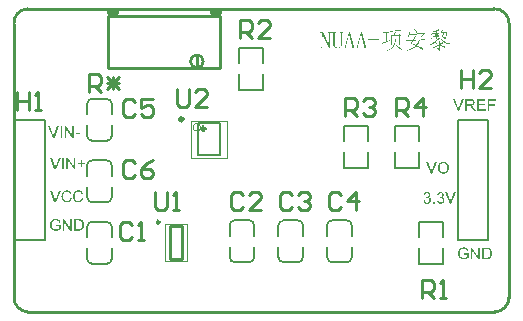
<source format=gto>
G04*
G04 #@! TF.GenerationSoftware,Altium Limited,Altium Designer,20.0.13 (296)*
G04*
G04 Layer_Color=65535*
%FSLAX24Y24*%
%MOIN*%
G70*
G01*
G75*
%ADD10C,0.0100*%
%ADD11C,0.0079*%
%ADD12C,0.0098*%
%ADD13C,0.0118*%
%ADD14C,0.0039*%
G36*
X15003Y2147D02*
X15007D01*
X15018Y2146D01*
X15029Y2144D01*
X15041Y2141D01*
X15055Y2138D01*
X15068Y2134D01*
X15068D01*
X15069Y2133D01*
X15071Y2132D01*
X15073Y2131D01*
X15079Y2128D01*
X15087Y2124D01*
X15095Y2119D01*
X15104Y2112D01*
X15112Y2105D01*
X15120Y2096D01*
X15121Y2095D01*
X15124Y2091D01*
X15127Y2086D01*
X15131Y2079D01*
X15136Y2070D01*
X15141Y2059D01*
X15146Y2047D01*
X15150Y2033D01*
X15104Y2021D01*
Y2021D01*
X15103Y2022D01*
X15102Y2024D01*
X15102Y2026D01*
X15100Y2031D01*
X15098Y2037D01*
X15095Y2045D01*
X15091Y2052D01*
X15087Y2060D01*
X15082Y2067D01*
X15081Y2067D01*
X15080Y2070D01*
X15076Y2072D01*
X15073Y2076D01*
X15068Y2081D01*
X15061Y2085D01*
X15054Y2090D01*
X15045Y2094D01*
X15044Y2094D01*
X15041Y2095D01*
X15036Y2097D01*
X15030Y2099D01*
X15022Y2101D01*
X15013Y2102D01*
X15003Y2104D01*
X14993Y2104D01*
X14986D01*
X14984Y2104D01*
X14980D01*
X14972Y2103D01*
X14963Y2101D01*
X14952Y2100D01*
X14942Y2097D01*
X14932Y2093D01*
X14931Y2092D01*
X14928Y2091D01*
X14923Y2089D01*
X14918Y2086D01*
X14911Y2081D01*
X14904Y2077D01*
X14897Y2071D01*
X14891Y2065D01*
X14890Y2065D01*
X14888Y2062D01*
X14885Y2059D01*
X14882Y2054D01*
X14878Y2049D01*
X14874Y2042D01*
X14870Y2035D01*
X14867Y2027D01*
Y2026D01*
X14866Y2025D01*
X14865Y2024D01*
X14864Y2021D01*
X14863Y2018D01*
X14862Y2014D01*
X14861Y2009D01*
X14859Y2004D01*
X14857Y1993D01*
X14854Y1979D01*
X14853Y1965D01*
X14852Y1950D01*
Y1949D01*
Y1948D01*
Y1945D01*
X14853Y1941D01*
Y1937D01*
X14853Y1931D01*
X14854Y1926D01*
X14854Y1920D01*
X14857Y1906D01*
X14859Y1892D01*
X14864Y1877D01*
X14869Y1863D01*
Y1863D01*
X14870Y1862D01*
X14871Y1860D01*
X14873Y1858D01*
X14877Y1852D01*
X14883Y1844D01*
X14890Y1835D01*
X14899Y1827D01*
X14909Y1819D01*
X14921Y1812D01*
X14922D01*
X14923Y1812D01*
X14924Y1810D01*
X14927Y1809D01*
X14930Y1808D01*
X14934Y1807D01*
X14943Y1804D01*
X14954Y1801D01*
X14966Y1798D01*
X14979Y1796D01*
X14993Y1796D01*
X14999D01*
X15002Y1796D01*
X15005D01*
X15014Y1797D01*
X15024Y1798D01*
X15034Y1801D01*
X15046Y1804D01*
X15058Y1808D01*
X15058D01*
X15059Y1808D01*
X15060Y1809D01*
X15063Y1810D01*
X15069Y1813D01*
X15075Y1816D01*
X15083Y1820D01*
X15091Y1824D01*
X15099Y1829D01*
X15106Y1835D01*
Y1907D01*
X14993D01*
Y1953D01*
X15156D01*
Y1810D01*
X15155Y1809D01*
X15154Y1809D01*
X15152Y1807D01*
X15149Y1805D01*
X15146Y1803D01*
X15142Y1800D01*
X15137Y1797D01*
X15132Y1793D01*
X15120Y1786D01*
X15107Y1778D01*
X15093Y1771D01*
X15078Y1765D01*
X15078D01*
X15076Y1764D01*
X15074Y1764D01*
X15071Y1763D01*
X15068Y1762D01*
X15063Y1760D01*
X15058Y1759D01*
X15053Y1758D01*
X15041Y1755D01*
X15027Y1752D01*
X15012Y1751D01*
X14996Y1750D01*
X14991D01*
X14987Y1751D01*
X14982D01*
X14976Y1751D01*
X14969Y1752D01*
X14962Y1753D01*
X14946Y1756D01*
X14929Y1760D01*
X14911Y1766D01*
X14902Y1769D01*
X14893Y1774D01*
X14893Y1774D01*
X14891Y1775D01*
X14889Y1777D01*
X14885Y1778D01*
X14882Y1781D01*
X14878Y1784D01*
X14867Y1792D01*
X14856Y1802D01*
X14844Y1814D01*
X14833Y1828D01*
X14823Y1844D01*
Y1844D01*
X14822Y1846D01*
X14821Y1848D01*
X14819Y1852D01*
X14818Y1856D01*
X14816Y1862D01*
X14814Y1867D01*
X14812Y1874D01*
X14809Y1881D01*
X14807Y1889D01*
X14806Y1898D01*
X14804Y1907D01*
X14801Y1926D01*
X14800Y1946D01*
Y1947D01*
Y1949D01*
Y1952D01*
X14801Y1956D01*
Y1961D01*
X14801Y1967D01*
X14802Y1973D01*
X14803Y1980D01*
X14804Y1988D01*
X14806Y1996D01*
X14810Y2014D01*
X14816Y2033D01*
X14823Y2051D01*
X14824Y2051D01*
X14824Y2053D01*
X14826Y2055D01*
X14828Y2059D01*
X14830Y2063D01*
X14833Y2067D01*
X14841Y2078D01*
X14850Y2090D01*
X14862Y2102D01*
X14875Y2114D01*
X14883Y2119D01*
X14890Y2124D01*
X14891Y2124D01*
X14893Y2125D01*
X14895Y2126D01*
X14898Y2127D01*
X14903Y2129D01*
X14908Y2131D01*
X14913Y2134D01*
X14920Y2136D01*
X14927Y2138D01*
X14935Y2140D01*
X14943Y2142D01*
X14952Y2144D01*
X14971Y2146D01*
X14981Y2147D01*
X14999D01*
X15003Y2147D01*
D02*
G37*
G36*
X15533Y1757D02*
X15480D01*
X15279Y2058D01*
Y1757D01*
X15230D01*
Y2141D01*
X15282D01*
X15484Y1839D01*
Y2141D01*
X15533D01*
Y1757D01*
D02*
G37*
G36*
X15776Y2140D02*
X15787Y2140D01*
X15798Y2139D01*
X15809Y2137D01*
X15818Y2135D01*
X15819D01*
X15820Y2135D01*
X15822D01*
X15824Y2134D01*
X15830Y2132D01*
X15838Y2129D01*
X15847Y2125D01*
X15856Y2120D01*
X15866Y2115D01*
X15874Y2107D01*
X15875Y2107D01*
X15876Y2106D01*
X15877Y2105D01*
X15879Y2103D01*
X15885Y2097D01*
X15892Y2090D01*
X15899Y2080D01*
X15907Y2069D01*
X15914Y2056D01*
X15920Y2042D01*
Y2041D01*
X15921Y2040D01*
X15922Y2038D01*
X15922Y2035D01*
X15924Y2031D01*
X15925Y2026D01*
X15926Y2021D01*
X15928Y2015D01*
X15929Y2009D01*
X15931Y2002D01*
X15933Y1986D01*
X15935Y1969D01*
X15936Y1950D01*
Y1950D01*
Y1949D01*
Y1946D01*
Y1943D01*
X15935Y1939D01*
Y1935D01*
X15934Y1924D01*
X15933Y1912D01*
X15931Y1899D01*
X15928Y1886D01*
X15925Y1873D01*
Y1872D01*
X15924Y1871D01*
X15924Y1869D01*
X15923Y1867D01*
X15921Y1861D01*
X15918Y1853D01*
X15914Y1844D01*
X15910Y1835D01*
X15904Y1826D01*
X15899Y1817D01*
X15898Y1816D01*
X15896Y1813D01*
X15893Y1809D01*
X15888Y1804D01*
X15883Y1799D01*
X15877Y1793D01*
X15871Y1787D01*
X15864Y1782D01*
X15863Y1782D01*
X15861Y1780D01*
X15857Y1778D01*
X15851Y1775D01*
X15845Y1772D01*
X15837Y1769D01*
X15828Y1766D01*
X15818Y1763D01*
X15817D01*
X15815Y1762D01*
X15813Y1762D01*
X15808Y1761D01*
X15800Y1760D01*
X15791Y1759D01*
X15781Y1758D01*
X15769Y1757D01*
X15756Y1757D01*
X15618D01*
Y2141D01*
X15766D01*
X15776Y2140D01*
D02*
G37*
G36*
X1403Y3097D02*
X1407D01*
X1418Y3096D01*
X1429Y3094D01*
X1441Y3091D01*
X1455Y3088D01*
X1468Y3084D01*
X1468D01*
X1469Y3083D01*
X1471Y3082D01*
X1473Y3081D01*
X1479Y3078D01*
X1487Y3074D01*
X1495Y3069D01*
X1504Y3062D01*
X1512Y3055D01*
X1520Y3046D01*
X1521Y3045D01*
X1524Y3041D01*
X1527Y3036D01*
X1531Y3029D01*
X1536Y3020D01*
X1541Y3009D01*
X1546Y2997D01*
X1550Y2983D01*
X1504Y2971D01*
Y2971D01*
X1503Y2972D01*
X1502Y2974D01*
X1502Y2976D01*
X1500Y2981D01*
X1498Y2987D01*
X1495Y2995D01*
X1491Y3002D01*
X1487Y3010D01*
X1482Y3017D01*
X1481Y3017D01*
X1480Y3020D01*
X1476Y3022D01*
X1472Y3026D01*
X1468Y3031D01*
X1461Y3035D01*
X1454Y3040D01*
X1445Y3044D01*
X1444Y3044D01*
X1441Y3045D01*
X1436Y3047D01*
X1430Y3049D01*
X1422Y3051D01*
X1413Y3052D01*
X1403Y3054D01*
X1393Y3054D01*
X1386D01*
X1384Y3054D01*
X1380D01*
X1372Y3053D01*
X1363Y3051D01*
X1352Y3050D01*
X1342Y3047D01*
X1332Y3043D01*
X1331Y3042D01*
X1328Y3041D01*
X1323Y3039D01*
X1318Y3036D01*
X1311Y3031D01*
X1304Y3027D01*
X1297Y3021D01*
X1291Y3015D01*
X1290Y3015D01*
X1288Y3012D01*
X1285Y3009D01*
X1282Y3004D01*
X1278Y2999D01*
X1274Y2992D01*
X1270Y2985D01*
X1267Y2977D01*
Y2976D01*
X1266Y2975D01*
X1265Y2974D01*
X1264Y2971D01*
X1263Y2968D01*
X1262Y2964D01*
X1260Y2959D01*
X1259Y2954D01*
X1257Y2943D01*
X1254Y2929D01*
X1253Y2915D01*
X1252Y2900D01*
Y2899D01*
Y2898D01*
Y2895D01*
X1253Y2891D01*
Y2887D01*
X1253Y2881D01*
X1254Y2876D01*
X1254Y2870D01*
X1257Y2856D01*
X1259Y2842D01*
X1264Y2827D01*
X1269Y2813D01*
Y2813D01*
X1270Y2812D01*
X1271Y2810D01*
X1273Y2808D01*
X1277Y2802D01*
X1283Y2794D01*
X1290Y2785D01*
X1299Y2777D01*
X1309Y2769D01*
X1321Y2762D01*
X1322D01*
X1323Y2762D01*
X1324Y2761D01*
X1327Y2759D01*
X1330Y2758D01*
X1334Y2757D01*
X1343Y2754D01*
X1354Y2751D01*
X1366Y2748D01*
X1379Y2746D01*
X1393Y2746D01*
X1399D01*
X1402Y2746D01*
X1405D01*
X1414Y2747D01*
X1424Y2748D01*
X1434Y2751D01*
X1446Y2754D01*
X1458Y2758D01*
X1458D01*
X1459Y2758D01*
X1460Y2759D01*
X1463Y2760D01*
X1469Y2763D01*
X1475Y2766D01*
X1483Y2770D01*
X1491Y2774D01*
X1499Y2779D01*
X1506Y2785D01*
Y2857D01*
X1393D01*
Y2903D01*
X1556D01*
Y2760D01*
X1555Y2759D01*
X1554Y2759D01*
X1552Y2757D01*
X1549Y2755D01*
X1546Y2753D01*
X1542Y2750D01*
X1537Y2747D01*
X1532Y2743D01*
X1520Y2736D01*
X1507Y2728D01*
X1493Y2721D01*
X1478Y2715D01*
X1478D01*
X1476Y2714D01*
X1474Y2714D01*
X1471Y2713D01*
X1468Y2712D01*
X1463Y2710D01*
X1458Y2709D01*
X1453Y2708D01*
X1441Y2705D01*
X1427Y2702D01*
X1412Y2701D01*
X1396Y2700D01*
X1391D01*
X1387Y2701D01*
X1382D01*
X1376Y2701D01*
X1369Y2702D01*
X1362Y2703D01*
X1346Y2706D01*
X1329Y2710D01*
X1311Y2716D01*
X1302Y2719D01*
X1293Y2724D01*
X1293Y2724D01*
X1291Y2725D01*
X1289Y2727D01*
X1285Y2728D01*
X1282Y2731D01*
X1278Y2734D01*
X1267Y2742D01*
X1256Y2752D01*
X1244Y2764D01*
X1233Y2778D01*
X1223Y2794D01*
Y2794D01*
X1222Y2796D01*
X1221Y2798D01*
X1219Y2802D01*
X1218Y2806D01*
X1216Y2812D01*
X1214Y2817D01*
X1212Y2824D01*
X1209Y2831D01*
X1207Y2839D01*
X1206Y2848D01*
X1204Y2857D01*
X1201Y2876D01*
X1200Y2896D01*
Y2897D01*
Y2899D01*
Y2902D01*
X1201Y2906D01*
Y2911D01*
X1201Y2917D01*
X1202Y2923D01*
X1203Y2930D01*
X1204Y2938D01*
X1206Y2946D01*
X1210Y2964D01*
X1216Y2982D01*
X1223Y3001D01*
X1224Y3001D01*
X1224Y3003D01*
X1226Y3005D01*
X1228Y3009D01*
X1230Y3013D01*
X1233Y3017D01*
X1241Y3028D01*
X1250Y3040D01*
X1262Y3052D01*
X1275Y3064D01*
X1283Y3069D01*
X1290Y3074D01*
X1291Y3074D01*
X1293Y3075D01*
X1295Y3076D01*
X1298Y3077D01*
X1303Y3079D01*
X1308Y3081D01*
X1313Y3084D01*
X1320Y3086D01*
X1327Y3088D01*
X1335Y3090D01*
X1343Y3092D01*
X1352Y3093D01*
X1371Y3096D01*
X1381Y3097D01*
X1399D01*
X1403Y3097D01*
D02*
G37*
G36*
X1933Y2707D02*
X1880D01*
X1679Y3008D01*
Y2707D01*
X1630D01*
Y3091D01*
X1682D01*
X1884Y2789D01*
Y3091D01*
X1933D01*
Y2707D01*
D02*
G37*
G36*
X2176Y3090D02*
X2187Y3090D01*
X2198Y3088D01*
X2209Y3087D01*
X2218Y3085D01*
X2219D01*
X2220Y3085D01*
X2222D01*
X2224Y3084D01*
X2230Y3082D01*
X2238Y3079D01*
X2247Y3075D01*
X2256Y3070D01*
X2266Y3065D01*
X2274Y3057D01*
X2275Y3057D01*
X2276Y3056D01*
X2277Y3055D01*
X2279Y3053D01*
X2285Y3047D01*
X2292Y3040D01*
X2299Y3030D01*
X2307Y3019D01*
X2314Y3006D01*
X2320Y2992D01*
Y2991D01*
X2321Y2990D01*
X2322Y2988D01*
X2322Y2985D01*
X2324Y2981D01*
X2325Y2976D01*
X2326Y2971D01*
X2328Y2965D01*
X2329Y2959D01*
X2331Y2952D01*
X2333Y2936D01*
X2335Y2919D01*
X2336Y2900D01*
Y2900D01*
Y2899D01*
Y2896D01*
Y2893D01*
X2335Y2889D01*
Y2885D01*
X2334Y2874D01*
X2333Y2862D01*
X2331Y2849D01*
X2328Y2836D01*
X2325Y2823D01*
Y2822D01*
X2324Y2821D01*
X2324Y2819D01*
X2323Y2817D01*
X2321Y2811D01*
X2318Y2803D01*
X2314Y2794D01*
X2310Y2785D01*
X2304Y2776D01*
X2299Y2767D01*
X2298Y2766D01*
X2296Y2763D01*
X2293Y2759D01*
X2288Y2754D01*
X2283Y2749D01*
X2277Y2743D01*
X2271Y2737D01*
X2264Y2732D01*
X2263Y2732D01*
X2261Y2730D01*
X2257Y2728D01*
X2251Y2725D01*
X2245Y2722D01*
X2237Y2719D01*
X2228Y2716D01*
X2218Y2713D01*
X2217D01*
X2215Y2712D01*
X2213Y2712D01*
X2208Y2711D01*
X2200Y2710D01*
X2191Y2709D01*
X2181Y2708D01*
X2169Y2707D01*
X2156Y2707D01*
X2018D01*
Y3091D01*
X2166D01*
X2176Y3090D01*
D02*
G37*
G36*
X13357Y9438D02*
X13358Y9437D01*
X13361Y9435D01*
X13363Y9432D01*
X13367Y9428D01*
X13372Y9424D01*
X13383Y9413D01*
X13396Y9401D01*
X13410Y9387D01*
X13425Y9371D01*
X13440Y9355D01*
X13440Y9353D01*
X13439Y9350D01*
X13437Y9345D01*
X13433Y9339D01*
X13429Y9331D01*
X13425Y9322D01*
X13419Y9312D01*
X13412Y9302D01*
Y9302D01*
X13411Y9305D01*
X13410Y9308D01*
X13408Y9313D01*
X13405Y9319D01*
X13402Y9325D01*
X13399Y9333D01*
X13395Y9342D01*
X13385Y9362D01*
X13374Y9383D01*
X13361Y9406D01*
X13346Y9430D01*
X13356Y9439D01*
X13357Y9438D01*
D02*
G37*
G36*
X12934Y9367D02*
X12926D01*
X12919Y9366D01*
X12911Y9365D01*
X12901D01*
X12889Y9365D01*
X12875Y9363D01*
X12860Y9362D01*
X12843Y9361D01*
X12823Y9359D01*
X12803Y9358D01*
X12780Y9356D01*
X12757Y9353D01*
X12731Y9351D01*
X12703Y9348D01*
X12735Y9320D01*
X12734Y9319D01*
X12732Y9318D01*
X12729Y9315D01*
X12726Y9311D01*
X12722Y9306D01*
X12717Y9299D01*
X12713Y9292D01*
X12709Y9284D01*
X12709Y9283D01*
X12708Y9279D01*
X12706Y9274D01*
X12703Y9267D01*
X12700Y9257D01*
X12695Y9246D01*
X12690Y9233D01*
X12685Y9217D01*
X12831Y9233D01*
X12847Y9264D01*
X12885Y9236D01*
X12863Y9208D01*
Y9207D01*
Y9203D01*
Y9198D01*
X12862Y9191D01*
Y9182D01*
Y9173D01*
X12861Y9161D01*
Y9148D01*
X12860Y9135D01*
Y9121D01*
X12860Y9090D01*
X12859Y9058D01*
X12858Y9026D01*
Y9026D01*
Y9023D01*
Y9018D01*
Y9013D01*
Y9006D01*
X12857Y8998D01*
Y8981D01*
Y8963D01*
X12857Y8945D01*
Y8937D01*
Y8929D01*
Y8923D01*
Y8918D01*
Y8917D01*
Y8914D01*
X12856Y8909D01*
X12855Y8905D01*
X12854Y8901D01*
X12851Y8896D01*
X12848Y8893D01*
X12844Y8892D01*
X12819Y8936D01*
X12820Y8937D01*
X12820Y8941D01*
X12822Y8946D01*
X12824Y8952D01*
X12826Y8962D01*
X12828Y8973D01*
X12829Y8986D01*
X12830Y9002D01*
Y9003D01*
Y9004D01*
Y9007D01*
Y9012D01*
X12831Y9017D01*
Y9024D01*
Y9033D01*
X12831Y9043D01*
Y9056D01*
Y9071D01*
X12832Y9087D01*
Y9106D01*
X12833Y9127D01*
X12834Y9151D01*
Y9177D01*
X12834Y9205D01*
X12598Y9180D01*
X12604Y8915D01*
Y8914D01*
Y8913D01*
Y8909D01*
Y8903D01*
Y8897D01*
X12603Y8890D01*
X12601Y8886D01*
X12600Y8884D01*
X12598Y8883D01*
X12597D01*
X12595Y8884D01*
X12563Y8933D01*
X12564Y8934D01*
X12565Y8937D01*
X12567Y8941D01*
X12569Y8947D01*
X12571Y8955D01*
X12572Y8965D01*
X12573Y8976D01*
X12572Y8989D01*
X12569Y9161D01*
Y9162D01*
Y9163D01*
Y9166D01*
X12569Y9169D01*
Y9174D01*
X12568Y9179D01*
X12567Y9191D01*
X12564Y9204D01*
X12561Y9219D01*
X12558Y9234D01*
X12554Y9248D01*
X12563Y9255D01*
X12595Y9208D01*
X12666Y9214D01*
Y9215D01*
X12667Y9217D01*
X12668Y9219D01*
X12669Y9222D01*
X12671Y9230D01*
X12673Y9241D01*
X12676Y9253D01*
X12679Y9266D01*
X12682Y9280D01*
X12684Y9293D01*
Y9294D01*
Y9295D01*
X12685Y9299D01*
X12686Y9306D01*
X12688Y9314D01*
X12689Y9323D01*
X12690Y9332D01*
X12691Y9341D01*
Y9348D01*
X12687D01*
X12683Y9348D01*
X12678D01*
X12671Y9347D01*
X12663Y9346D01*
X12654Y9345D01*
X12644Y9344D01*
X12623Y9342D01*
X12601Y9339D01*
X12578Y9336D01*
X12557Y9333D01*
X12516Y9364D01*
X12527D01*
X12534Y9365D01*
X12542D01*
X12552Y9365D01*
X12563D01*
X12576Y9366D01*
X12591Y9367D01*
X12608Y9368D01*
X12626Y9370D01*
X12647Y9371D01*
X12670Y9373D01*
X12695Y9376D01*
X12722Y9378D01*
X12723D01*
X12726Y9379D01*
X12729D01*
X12736Y9379D01*
X12746Y9380D01*
X12757Y9382D01*
X12771Y9383D01*
X12786Y9384D01*
X12800Y9386D01*
X12831Y9389D01*
X12846Y9391D01*
X12860Y9393D01*
X12874Y9394D01*
X12885Y9396D01*
X12894Y9397D01*
X12900Y9399D01*
X12934Y9367D01*
D02*
G37*
G36*
X14196Y9386D02*
X14195D01*
X14191Y9385D01*
X14188Y9384D01*
X14184Y9384D01*
X14180Y9383D01*
X14174Y9382D01*
X14168Y9380D01*
X14160Y9378D01*
X14152Y9376D01*
X14143Y9373D01*
X14133Y9370D01*
X14122Y9366D01*
X14109Y9362D01*
X14096Y9358D01*
Y9292D01*
X14097D01*
X14099Y9293D01*
X14102D01*
X14106Y9293D01*
X14110Y9294D01*
X14116Y9296D01*
X14128Y9298D01*
X14141Y9300D01*
X14154Y9302D01*
X14165Y9305D01*
X14170Y9306D01*
X14174Y9308D01*
X14205Y9279D01*
X14199D01*
X14196Y9279D01*
X14192D01*
X14186Y9278D01*
X14180Y9277D01*
X14174Y9276D01*
X14166Y9276D01*
X14157Y9274D01*
X14147Y9273D01*
X14136Y9271D01*
X14124Y9269D01*
X14111Y9267D01*
X14096Y9264D01*
Y9255D01*
X14097D01*
X14098Y9254D01*
X14100Y9253D01*
X14103Y9252D01*
X14110Y9248D01*
X14120Y9243D01*
X14131Y9238D01*
X14142Y9232D01*
X14154Y9226D01*
X14165Y9220D01*
Y9219D01*
Y9216D01*
Y9210D01*
X14164Y9203D01*
X14163Y9196D01*
X14162Y9188D01*
X14158Y9171D01*
X14157Y9171D01*
X14154Y9174D01*
X14149Y9180D01*
X14141Y9187D01*
X14132Y9196D01*
X14121Y9207D01*
X14109Y9220D01*
X14096Y9236D01*
Y9114D01*
Y9114D01*
Y9112D01*
Y9110D01*
Y9107D01*
X14095Y9100D01*
X14095Y9091D01*
X14094Y9083D01*
X14092Y9077D01*
X14091Y9075D01*
X14089Y9074D01*
X14088Y9073D01*
X14086Y9074D01*
X14055Y9120D01*
X14056Y9121D01*
X14058Y9123D01*
X14059Y9128D01*
X14062Y9133D01*
X14064Y9139D01*
X14066Y9146D01*
X14067Y9155D01*
X14068Y9164D01*
Y9230D01*
X14067Y9229D01*
X14065Y9226D01*
X14061Y9222D01*
X14055Y9216D01*
X14049Y9208D01*
X14041Y9200D01*
X14032Y9191D01*
X14021Y9180D01*
X14010Y9169D01*
X13996Y9158D01*
X13983Y9145D01*
X13968Y9134D01*
X13952Y9122D01*
X13936Y9109D01*
X13918Y9097D01*
X13899Y9086D01*
X13890Y9099D01*
X13890Y9100D01*
X13893Y9102D01*
X13899Y9105D01*
X13905Y9110D01*
X13913Y9116D01*
X13922Y9123D01*
X13933Y9131D01*
X13944Y9141D01*
X13956Y9152D01*
X13969Y9165D01*
X13981Y9178D01*
X13995Y9192D01*
X14009Y9208D01*
X14022Y9225D01*
X14035Y9242D01*
X14049Y9261D01*
X14048D01*
X14045Y9260D01*
X14040Y9259D01*
X14034Y9259D01*
X14027Y9258D01*
X14018Y9256D01*
X14000Y9254D01*
X13981Y9251D01*
X13971Y9249D01*
X13962Y9248D01*
X13954Y9246D01*
X13947Y9245D01*
X13941Y9244D01*
X13937Y9242D01*
X13905Y9273D01*
X13916D01*
X13921Y9274D01*
X13929D01*
X13937Y9275D01*
X13947Y9276D01*
X13958Y9276D01*
X13970Y9277D01*
X13983Y9279D01*
X13998Y9280D01*
X14013Y9282D01*
X14030Y9284D01*
X14049Y9286D01*
X14068Y9289D01*
Y9351D01*
X14067D01*
X14066Y9350D01*
X14064D01*
X14061Y9350D01*
X14056Y9349D01*
X14051Y9348D01*
X14046Y9347D01*
X14039Y9345D01*
X14024Y9342D01*
X14007Y9339D01*
X13989Y9334D01*
X13968Y9330D01*
X13965Y9345D01*
X13966D01*
X13968Y9346D01*
X13973Y9348D01*
X13978Y9348D01*
X13984Y9350D01*
X13991Y9352D01*
X14000Y9354D01*
X14009Y9357D01*
X14028Y9363D01*
X14049Y9370D01*
X14069Y9376D01*
X14088Y9384D01*
X14089D01*
X14090Y9384D01*
X14092Y9386D01*
X14096Y9387D01*
X14104Y9391D01*
X14115Y9397D01*
X14125Y9403D01*
X14136Y9410D01*
X14145Y9419D01*
X14149Y9422D01*
X14152Y9427D01*
X14165Y9430D01*
X14196Y9386D01*
D02*
G37*
G36*
X13200Y9330D02*
X13194Y9267D01*
X13628Y9289D01*
X13653Y9323D01*
X13699Y9279D01*
X13698Y9279D01*
X13697Y9278D01*
X13694Y9277D01*
X13691Y9275D01*
X13686Y9272D01*
X13682Y9268D01*
X13676Y9263D01*
X13669Y9257D01*
X13661Y9249D01*
X13653Y9240D01*
X13643Y9230D01*
X13632Y9217D01*
X13620Y9202D01*
X13608Y9185D01*
X13594Y9167D01*
X13584Y9174D01*
X13628Y9258D01*
X13190Y9236D01*
Y9235D01*
X13190Y9234D01*
X13189Y9231D01*
X13188Y9228D01*
X13187Y9223D01*
X13184Y9218D01*
X13180Y9205D01*
X13173Y9191D01*
X13165Y9176D01*
X13156Y9159D01*
X13144Y9143D01*
X13125Y9199D01*
X13126Y9200D01*
X13127Y9200D01*
X13130Y9202D01*
X13133Y9205D01*
X13136Y9209D01*
X13141Y9214D01*
X13145Y9220D01*
X13150Y9227D01*
X13156Y9236D01*
X13161Y9245D01*
X13166Y9256D01*
X13171Y9268D01*
X13176Y9282D01*
X13180Y9297D01*
X13184Y9314D01*
X13187Y9333D01*
X13200Y9330D01*
D02*
G37*
G36*
X14311Y9389D02*
X14311D01*
X14309Y9387D01*
X14307Y9386D01*
X14304Y9384D01*
X14300Y9381D01*
X14297Y9376D01*
X14293Y9371D01*
X14289Y9365D01*
X14289Y9365D01*
X14288Y9362D01*
X14286Y9358D01*
X14283Y9353D01*
X14278Y9345D01*
X14274Y9336D01*
X14268Y9326D01*
X14261Y9314D01*
X14264D01*
X14268Y9315D01*
X14273Y9316D01*
X14280Y9316D01*
X14287Y9317D01*
X14296Y9318D01*
X14306Y9319D01*
X14317Y9321D01*
X14328Y9322D01*
X14340Y9324D01*
X14354Y9326D01*
X14382Y9330D01*
X14411Y9336D01*
X14433Y9364D01*
X14471Y9327D01*
X14448Y9314D01*
Y9313D01*
X14448Y9312D01*
Y9310D01*
X14447Y9306D01*
X14446Y9302D01*
X14445Y9296D01*
X14443Y9291D01*
X14442Y9284D01*
X14439Y9268D01*
X14434Y9251D01*
X14430Y9232D01*
X14425Y9212D01*
X14413Y9171D01*
X14407Y9151D01*
X14400Y9131D01*
X14393Y9113D01*
X14385Y9097D01*
X14378Y9082D01*
X14374Y9076D01*
X14371Y9071D01*
Y9071D01*
X14370Y9072D01*
X14368Y9074D01*
X14366Y9077D01*
X14361Y9084D01*
X14354Y9094D01*
X14344Y9106D01*
X14332Y9121D01*
X14318Y9137D01*
X14302Y9155D01*
X14308Y9164D01*
X14368Y9127D01*
Y9128D01*
X14369Y9130D01*
X14371Y9133D01*
X14372Y9138D01*
X14375Y9144D01*
X14378Y9151D01*
X14381Y9160D01*
X14385Y9171D01*
X14388Y9182D01*
X14392Y9196D01*
X14397Y9211D01*
X14400Y9227D01*
X14405Y9245D01*
X14409Y9264D01*
X14413Y9285D01*
X14417Y9308D01*
X14352Y9299D01*
Y9298D01*
X14351Y9294D01*
X14349Y9290D01*
X14346Y9283D01*
X14343Y9275D01*
X14339Y9265D01*
X14334Y9255D01*
X14328Y9244D01*
X14322Y9232D01*
X14314Y9219D01*
X14305Y9206D01*
X14295Y9193D01*
X14285Y9180D01*
X14273Y9167D01*
X14260Y9154D01*
X14246Y9143D01*
X14237Y9151D01*
X14237Y9152D01*
X14240Y9154D01*
X14243Y9158D01*
X14246Y9163D01*
X14252Y9170D01*
X14257Y9177D01*
X14263Y9185D01*
X14269Y9195D01*
X14276Y9205D01*
X14283Y9217D01*
X14297Y9241D01*
X14310Y9268D01*
X14315Y9281D01*
X14320Y9295D01*
X14320D01*
X14317Y9294D01*
X14314Y9293D01*
X14309Y9291D01*
X14303Y9290D01*
X14295Y9288D01*
X14286Y9285D01*
X14277Y9283D01*
X14255Y9305D01*
Y9304D01*
X14254Y9302D01*
X14252Y9300D01*
X14250Y9296D01*
X14248Y9292D01*
X14245Y9287D01*
X14237Y9276D01*
X14229Y9262D01*
X14218Y9248D01*
X14208Y9234D01*
X14196Y9220D01*
X14186Y9230D01*
X14187Y9231D01*
X14189Y9234D01*
X14191Y9237D01*
X14195Y9243D01*
X14199Y9249D01*
X14203Y9257D01*
X14209Y9266D01*
X14214Y9275D01*
X14225Y9296D01*
X14236Y9317D01*
X14246Y9339D01*
X14250Y9349D01*
X14254Y9359D01*
Y9359D01*
X14254Y9361D01*
X14255Y9364D01*
X14257Y9367D01*
X14257Y9371D01*
X14259Y9376D01*
X14262Y9387D01*
X14265Y9400D01*
X14267Y9413D01*
X14268Y9425D01*
Y9436D01*
X14280Y9439D01*
X14311Y9389D01*
D02*
G37*
G36*
X13403Y9180D02*
X13402D01*
X13400Y9177D01*
X13398Y9176D01*
X13395Y9173D01*
X13392Y9169D01*
X13387Y9164D01*
X13386Y9163D01*
X13384Y9160D01*
X13383Y9157D01*
X13381Y9153D01*
X13378Y9148D01*
X13375Y9143D01*
X13372Y9137D01*
X13368Y9130D01*
X13363Y9122D01*
X13358Y9113D01*
X13352Y9103D01*
X13346Y9091D01*
X13339Y9078D01*
X13331Y9064D01*
X13335D01*
X13339Y9065D01*
X13353D01*
X13363Y9066D01*
X13373Y9066D01*
X13385Y9067D01*
X13398D01*
X13411Y9068D01*
X13425Y9069D01*
X13440Y9069D01*
X13472Y9071D01*
X13505Y9073D01*
X13538Y9075D01*
X13571Y9077D01*
X13602Y9079D01*
X13616Y9080D01*
X13630Y9081D01*
X13643Y9083D01*
X13655Y9083D01*
X13666Y9084D01*
X13676Y9086D01*
X13684Y9086D01*
X13691Y9088D01*
X13696Y9089D01*
X13699Y9089D01*
X13740Y9049D01*
X13737D01*
X13734Y9049D01*
X13729D01*
X13722Y9050D01*
X13663D01*
X13645Y9049D01*
X13625Y9049D01*
X13604Y9048D01*
X13580Y9046D01*
X13554Y9045D01*
X13525Y9043D01*
X13524Y9042D01*
X13523Y9039D01*
X13521Y9034D01*
X13518Y9028D01*
X13515Y9020D01*
X13511Y9011D01*
X13506Y9000D01*
X13500Y8989D01*
X13494Y8978D01*
X13486Y8964D01*
X13471Y8937D01*
X13452Y8909D01*
X13431Y8880D01*
X13432D01*
X13432Y8879D01*
X13435Y8878D01*
X13438Y8877D01*
X13445Y8874D01*
X13455Y8869D01*
X13466Y8864D01*
X13480Y8858D01*
X13494Y8852D01*
X13511Y8844D01*
X13543Y8830D01*
X13560Y8823D01*
X13576Y8815D01*
X13591Y8809D01*
X13605Y8803D01*
X13617Y8797D01*
X13628Y8792D01*
Y8792D01*
X13628Y8790D01*
Y8788D01*
X13629Y8785D01*
X13631Y8777D01*
X13633Y8767D01*
X13634Y8757D01*
X13636Y8746D01*
X13637Y8736D01*
X13637Y8728D01*
X13637Y8729D01*
X13635Y8730D01*
X13632Y8732D01*
X13628Y8736D01*
X13622Y8739D01*
X13614Y8744D01*
X13604Y8751D01*
X13592Y8758D01*
X13579Y8766D01*
X13563Y8775D01*
X13544Y8786D01*
X13523Y8798D01*
X13499Y8810D01*
X13486Y8817D01*
X13472Y8824D01*
X13457Y8832D01*
X13443Y8839D01*
X13426Y8847D01*
X13409Y8855D01*
X13408Y8854D01*
X13403Y8850D01*
X13397Y8844D01*
X13387Y8837D01*
X13375Y8827D01*
X13361Y8817D01*
X13343Y8805D01*
X13324Y8793D01*
X13301Y8781D01*
X13277Y8767D01*
X13251Y8755D01*
X13222Y8742D01*
X13191Y8731D01*
X13159Y8720D01*
X13124Y8711D01*
X13087Y8703D01*
X13085Y8716D01*
X13085D01*
X13087Y8716D01*
X13090Y8717D01*
X13093Y8719D01*
X13098Y8720D01*
X13104Y8721D01*
X13110Y8724D01*
X13117Y8727D01*
X13133Y8733D01*
X13153Y8739D01*
X13173Y8747D01*
X13196Y8757D01*
X13220Y8768D01*
X13244Y8779D01*
X13268Y8792D01*
X13292Y8806D01*
X13316Y8821D01*
X13338Y8837D01*
X13359Y8853D01*
X13378Y8871D01*
X13377Y8872D01*
X13375Y8872D01*
X13372Y8874D01*
X13367Y8876D01*
X13361Y8879D01*
X13354Y8883D01*
X13346Y8886D01*
X13336Y8891D01*
X13326Y8896D01*
X13315Y8901D01*
X13302Y8907D01*
X13288Y8913D01*
X13274Y8919D01*
X13258Y8926D01*
X13242Y8932D01*
X13225Y8939D01*
Y8940D01*
X13227Y8941D01*
X13227Y8943D01*
X13230Y8946D01*
X13232Y8949D01*
X13234Y8954D01*
X13241Y8965D01*
X13249Y8978D01*
X13258Y8995D01*
X13267Y9013D01*
X13278Y9033D01*
X13271D01*
X13263Y9032D01*
X13252D01*
X13239Y9032D01*
X13225Y9031D01*
X13210Y9030D01*
X13194Y9029D01*
X13162Y9026D01*
X13147Y9026D01*
X13133Y9024D01*
X13121Y9023D01*
X13110Y9021D01*
X13102Y9019D01*
X13099Y9018D01*
X13097Y9017D01*
X13056Y9058D01*
X13059D01*
X13062Y9057D01*
X13067D01*
X13073Y9057D01*
X13136D01*
X13156Y9057D01*
X13178Y9058D01*
X13202Y9059D01*
X13216Y9060D01*
X13230Y9060D01*
X13244Y9061D01*
X13261Y9062D01*
X13277Y9063D01*
X13294Y9064D01*
X13295Y9065D01*
X13295Y9066D01*
X13297Y9069D01*
X13299Y9072D01*
X13302Y9077D01*
X13305Y9081D01*
X13312Y9094D01*
X13321Y9108D01*
X13330Y9124D01*
X13339Y9141D01*
X13348Y9159D01*
Y9160D01*
X13349Y9161D01*
X13350Y9163D01*
X13352Y9167D01*
X13355Y9175D01*
X13358Y9185D01*
X13361Y9196D01*
X13363Y9207D01*
X13362Y9216D01*
X13361Y9220D01*
X13359Y9223D01*
X13372Y9227D01*
X13403Y9180D01*
D02*
G37*
G36*
X12163Y9049D02*
X11817D01*
Y9077D01*
X12163D01*
Y9049D01*
D02*
G37*
G36*
X14215Y9008D02*
X14214Y9007D01*
X14212Y9006D01*
X14209Y9003D01*
X14207Y8999D01*
X14204Y8993D01*
X14201Y8986D01*
X14200Y8976D01*
X14199Y8964D01*
Y8915D01*
X14200D01*
X14200Y8916D01*
X14203Y8918D01*
X14206Y8919D01*
X14213Y8925D01*
X14222Y8932D01*
X14232Y8939D01*
X14243Y8947D01*
X14252Y8956D01*
X14261Y8964D01*
X14262Y8965D01*
X14265Y8968D01*
X14269Y8972D01*
X14273Y8978D01*
X14277Y8984D01*
X14283Y8991D01*
X14286Y8997D01*
X14289Y9005D01*
X14299D01*
X14317Y8952D01*
X14317D01*
X14314Y8952D01*
X14311D01*
X14306Y8952D01*
X14300Y8951D01*
X14292Y8949D01*
X14285Y8946D01*
X14277Y8941D01*
X14276Y8941D01*
X14273Y8939D01*
X14268Y8935D01*
X14261Y8931D01*
X14252Y8926D01*
X14241Y8919D01*
X14229Y8911D01*
X14215Y8902D01*
X14216Y8901D01*
X14220Y8900D01*
X14225Y8898D01*
X14232Y8895D01*
X14241Y8891D01*
X14252Y8886D01*
X14263Y8882D01*
X14275Y8877D01*
X14301Y8867D01*
X14326Y8856D01*
X14339Y8851D01*
X14351Y8847D01*
X14361Y8843D01*
X14371Y8839D01*
Y8838D01*
X14371Y8835D01*
Y8830D01*
X14372Y8823D01*
X14373Y8815D01*
Y8805D01*
X14374Y8795D01*
Y8784D01*
X14373Y8784D01*
X14371Y8785D01*
X14368Y8787D01*
X14365Y8790D01*
X14360Y8794D01*
X14353Y8798D01*
X14345Y8804D01*
X14335Y8810D01*
X14325Y8817D01*
X14311Y8825D01*
X14297Y8834D01*
X14282Y8844D01*
X14264Y8855D01*
X14244Y8867D01*
X14223Y8879D01*
X14199Y8892D01*
Y8790D01*
Y8789D01*
Y8787D01*
Y8784D01*
Y8779D01*
Y8775D01*
Y8769D01*
X14197Y8755D01*
X14195Y8741D01*
X14191Y8726D01*
X14185Y8712D01*
X14181Y8706D01*
X14177Y8700D01*
Y8701D01*
X14175Y8701D01*
X14174Y8704D01*
X14172Y8707D01*
X14169Y8710D01*
X14166Y8715D01*
X14157Y8725D01*
X14151Y8731D01*
X14145Y8738D01*
X14138Y8746D01*
X14129Y8753D01*
X14121Y8761D01*
X14112Y8770D01*
X14101Y8780D01*
X14089Y8790D01*
X14096Y8799D01*
X14165Y8759D01*
X14166Y8761D01*
X14167Y8763D01*
X14168Y8766D01*
X14169Y8771D01*
X14170Y8777D01*
X14171Y8785D01*
Y8795D01*
Y8884D01*
X14170D01*
X14169Y8883D01*
X14166Y8881D01*
X14163Y8880D01*
X14155Y8876D01*
X14145Y8871D01*
X14132Y8864D01*
X14118Y8858D01*
X14103Y8849D01*
X14086Y8841D01*
X14070Y8833D01*
X14055Y8826D01*
X14040Y8818D01*
X14026Y8811D01*
X14014Y8804D01*
X14004Y8799D01*
X14001Y8797D01*
X13997Y8795D01*
X13995Y8794D01*
X13993Y8792D01*
X13949Y8824D01*
X13950D01*
X13951Y8824D01*
X13954Y8825D01*
X13958Y8826D01*
X13964Y8827D01*
X13973Y8830D01*
X13982Y8832D01*
X13993Y8836D01*
X14007Y8841D01*
X14023Y8846D01*
X14041Y8852D01*
X14061Y8860D01*
X14084Y8868D01*
X14110Y8878D01*
X14124Y8884D01*
X14139Y8889D01*
X14155Y8895D01*
X14171Y8902D01*
Y8967D01*
Y8968D01*
Y8969D01*
Y8972D01*
Y8975D01*
Y8984D01*
X14169Y8995D01*
X14168Y9006D01*
X14164Y9017D01*
X14159Y9028D01*
X14156Y9032D01*
X14152Y9036D01*
X14158Y9046D01*
X14215Y9008D01*
D02*
G37*
G36*
X12535Y9311D02*
X12527D01*
X12523Y9310D01*
X12518D01*
X12513Y9309D01*
X12506Y9308D01*
X12498Y9308D01*
X12490Y9307D01*
X12480Y9305D01*
X12469Y9304D01*
X12457Y9302D01*
X12444Y9301D01*
X12429Y9299D01*
X12426Y9014D01*
X12544Y9051D01*
X12547Y9039D01*
X12547D01*
X12544Y9038D01*
X12541Y9037D01*
X12537Y9035D01*
X12532Y9033D01*
X12525Y9030D01*
X12518Y9027D01*
X12510Y9024D01*
X12492Y9017D01*
X12471Y9009D01*
X12449Y9000D01*
X12426Y8990D01*
X12403Y8981D01*
X12380Y8972D01*
X12359Y8962D01*
X12338Y8954D01*
X12329Y8949D01*
X12320Y8946D01*
X12313Y8943D01*
X12306Y8939D01*
X12300Y8937D01*
X12295Y8934D01*
X12291Y8932D01*
X12288Y8930D01*
X12251Y8964D01*
X12252D01*
X12254Y8965D01*
X12256D01*
X12261Y8966D01*
X12266Y8967D01*
X12272Y8969D01*
X12279Y8970D01*
X12288Y8972D01*
X12299Y8975D01*
X12311Y8979D01*
X12325Y8983D01*
X12340Y8987D01*
X12357Y8992D01*
X12376Y8998D01*
X12398Y9005D01*
X12401Y9295D01*
X12400D01*
X12399Y9294D01*
X12396D01*
X12392Y9293D01*
X12387Y9293D01*
X12382Y9292D01*
X12370Y9289D01*
X12356Y9287D01*
X12340Y9283D01*
X12325Y9280D01*
X12310Y9276D01*
X12276Y9308D01*
X12282D01*
X12286Y9308D01*
X12296D01*
X12303Y9309D01*
X12311Y9310D01*
X12319Y9311D01*
X12329Y9312D01*
X12340Y9313D01*
X12351Y9314D01*
X12364Y9316D01*
X12378Y9318D01*
X12393Y9320D01*
X12393D01*
X12396Y9321D01*
X12401Y9322D01*
X12406Y9322D01*
X12413Y9323D01*
X12420Y9325D01*
X12438Y9328D01*
X12456Y9331D01*
X12475Y9335D01*
X12483Y9336D01*
X12491Y9339D01*
X12498Y9341D01*
X12504Y9342D01*
X12535Y9311D01*
D02*
G37*
G36*
X14215Y9136D02*
X14196Y9123D01*
X14197Y9123D01*
X14200Y9120D01*
X14206Y9116D01*
X14212Y9111D01*
X14221Y9105D01*
X14230Y9097D01*
X14241Y9090D01*
X14252Y9081D01*
X14277Y9063D01*
X14303Y9045D01*
X14327Y9028D01*
X14338Y9020D01*
X14348Y9012D01*
X14349Y9012D01*
X14351Y9011D01*
X14354Y9009D01*
X14357Y9006D01*
X14362Y9003D01*
X14367Y9000D01*
X14378Y8993D01*
X14391Y8985D01*
X14404Y8977D01*
X14417Y8970D01*
X14427Y8964D01*
X14428Y8963D01*
X14430Y8963D01*
X14432Y8962D01*
X14435Y8961D01*
X14439Y8960D01*
X14444Y8959D01*
X14450Y8958D01*
X14456Y8956D01*
X14464Y8955D01*
X14473Y8954D01*
X14482Y8952D01*
X14493Y8951D01*
X14505Y8950D01*
X14518Y8949D01*
X14533Y8949D01*
Y8936D01*
X14532D01*
X14530Y8935D01*
X14527D01*
X14523Y8935D01*
X14518Y8934D01*
X14512Y8932D01*
X14505Y8932D01*
X14497Y8930D01*
X14479Y8927D01*
X14459Y8923D01*
X14437Y8919D01*
X14414Y8915D01*
X14414Y8916D01*
X14412Y8919D01*
X14408Y8925D01*
X14402Y8932D01*
X14398Y8937D01*
X14394Y8942D01*
X14388Y8948D01*
X14381Y8954D01*
X14374Y8960D01*
X14365Y8967D01*
X14356Y8975D01*
X14345Y8983D01*
X14345Y8983D01*
X14343Y8985D01*
X14340Y8987D01*
X14334Y8991D01*
X14328Y8995D01*
X14322Y9001D01*
X14313Y9008D01*
X14303Y9015D01*
X14293Y9023D01*
X14280Y9033D01*
X14268Y9043D01*
X14254Y9054D01*
X14238Y9066D01*
X14222Y9079D01*
X14205Y9093D01*
X14186Y9108D01*
X14186Y9107D01*
X14185Y9106D01*
X14183Y9104D01*
X14180Y9102D01*
X14176Y9098D01*
X14172Y9094D01*
X14161Y9085D01*
X14147Y9073D01*
X14131Y9060D01*
X14112Y9044D01*
X14091Y9028D01*
X14068Y9011D01*
X14043Y8993D01*
X14015Y8975D01*
X13987Y8958D01*
X13956Y8940D01*
X13924Y8923D01*
X13890Y8907D01*
X13856Y8892D01*
X13853Y8908D01*
X13853D01*
X13854Y8909D01*
X13856Y8910D01*
X13859Y8912D01*
X13863Y8913D01*
X13867Y8915D01*
X13879Y8921D01*
X13891Y8928D01*
X13907Y8936D01*
X13923Y8945D01*
X13941Y8955D01*
X13960Y8967D01*
X13980Y8979D01*
X14020Y9005D01*
X14039Y9019D01*
X14058Y9033D01*
X14076Y9048D01*
X14092Y9063D01*
X14093Y9063D01*
X14096Y9066D01*
X14101Y9070D01*
X14106Y9076D01*
X14112Y9082D01*
X14119Y9089D01*
X14135Y9106D01*
X14149Y9124D01*
X14156Y9133D01*
X14163Y9142D01*
X14167Y9150D01*
X14171Y9158D01*
X14173Y9165D01*
X14174Y9171D01*
X14183D01*
X14215Y9136D01*
D02*
G37*
G36*
X10587Y9299D02*
X10557D01*
X10554Y9298D01*
X10548Y9296D01*
X10541Y9292D01*
X10540Y9291D01*
X10537Y9288D01*
X10535Y9282D01*
X10534Y9273D01*
Y8784D01*
X10515D01*
X10278Y9248D01*
X10272D01*
Y8827D01*
Y8827D01*
Y8825D01*
X10273Y8823D01*
Y8820D01*
X10275Y8814D01*
X10279Y8808D01*
X10280D01*
X10281Y8807D01*
X10285Y8805D01*
X10291Y8803D01*
X10300Y8802D01*
X10324D01*
Y8784D01*
X10200D01*
Y8802D01*
X10230D01*
X10233Y8803D01*
X10241Y8804D01*
X10244Y8806D01*
X10247Y8808D01*
X10247Y8810D01*
X10250Y8813D01*
X10252Y8819D01*
X10253Y8827D01*
Y9273D01*
Y9274D01*
Y9276D01*
X10252Y9281D01*
X10250Y9287D01*
X10247Y9292D01*
X10245Y9293D01*
X10244Y9294D01*
X10241Y9296D01*
X10238Y9296D01*
X10235Y9298D01*
X10230Y9299D01*
X10206D01*
Y9317D01*
X10297D01*
X10509Y8908D01*
X10515D01*
Y9273D01*
Y9274D01*
Y9276D01*
X10515Y9281D01*
X10512Y9287D01*
X10509Y9292D01*
X10507Y9293D01*
X10503Y9296D01*
X10500Y9296D01*
X10497Y9298D01*
X10492Y9299D01*
X10462D01*
Y9317D01*
X10587D01*
Y9299D01*
D02*
G37*
G36*
X14115Y8946D02*
Y8945D01*
Y8944D01*
Y8940D01*
X14114Y8934D01*
X14113Y8926D01*
X14112Y8918D01*
X14111Y8909D01*
X14108Y8900D01*
X14105Y8892D01*
X14104Y8894D01*
X14101Y8898D01*
X14097Y8904D01*
X14090Y8913D01*
X14081Y8924D01*
X14069Y8938D01*
X14056Y8953D01*
X14040Y8971D01*
X14046Y8980D01*
X14115Y8946D01*
D02*
G37*
G36*
X10974Y9299D02*
X10951D01*
X10948Y9298D01*
X10941Y9296D01*
X10935Y9292D01*
X10933Y9291D01*
X10931Y9288D01*
X10929Y9282D01*
X10927Y9273D01*
Y8911D01*
Y8910D01*
Y8908D01*
Y8905D01*
X10927Y8901D01*
X10926Y8895D01*
X10925Y8889D01*
X10922Y8875D01*
X10917Y8860D01*
X10914Y8852D01*
X10910Y8844D01*
X10904Y8835D01*
X10899Y8827D01*
X10893Y8820D01*
X10885Y8813D01*
X10884Y8812D01*
X10883Y8812D01*
X10881Y8810D01*
X10878Y8808D01*
X10874Y8805D01*
X10869Y8802D01*
X10858Y8795D01*
X10843Y8789D01*
X10828Y8784D01*
X10809Y8779D01*
X10799Y8778D01*
X10790Y8778D01*
X10785D01*
X10780Y8778D01*
X10776D01*
X10770Y8779D01*
X10756Y8781D01*
X10741Y8785D01*
X10725Y8790D01*
X10708Y8798D01*
X10691Y8808D01*
X10691Y8809D01*
X10690Y8810D01*
X10688Y8812D01*
X10685Y8814D01*
X10682Y8818D01*
X10678Y8821D01*
X10674Y8827D01*
X10671Y8832D01*
X10666Y8839D01*
X10662Y8846D01*
X10659Y8855D01*
X10656Y8864D01*
X10653Y8873D01*
X10651Y8884D01*
X10650Y8895D01*
X10649Y8908D01*
Y9273D01*
Y9274D01*
Y9276D01*
X10648Y9281D01*
X10646Y9287D01*
X10643Y9292D01*
X10641Y9293D01*
X10637Y9296D01*
X10634Y9296D01*
X10631Y9298D01*
X10626Y9299D01*
X10606D01*
Y9317D01*
X10743D01*
Y9299D01*
X10723D01*
X10720Y9298D01*
X10714Y9296D01*
X10707Y9292D01*
X10705Y9291D01*
X10703Y9288D01*
X10701Y9282D01*
X10699Y9273D01*
Y8908D01*
Y8907D01*
Y8905D01*
Y8902D01*
X10700Y8898D01*
Y8893D01*
X10701Y8887D01*
X10702Y8874D01*
X10706Y8860D01*
X10711Y8847D01*
X10717Y8834D01*
X10721Y8828D01*
X10725Y8824D01*
X10727Y8823D01*
X10731Y8821D01*
X10737Y8817D01*
X10745Y8813D01*
X10754Y8809D01*
X10767Y8806D01*
X10781Y8803D01*
X10796Y8802D01*
X10801D01*
X10805Y8803D01*
X10813Y8804D01*
X10824Y8806D01*
X10836Y8810D01*
X10850Y8815D01*
X10863Y8823D01*
X10876Y8833D01*
X10876Y8834D01*
X10877Y8835D01*
X10881Y8839D01*
X10886Y8846D01*
X10892Y8855D01*
X10898Y8866D01*
X10903Y8879D01*
X10907Y8894D01*
X10908Y8902D01*
Y8911D01*
Y9273D01*
Y9274D01*
Y9276D01*
X10907Y9281D01*
X10906Y9287D01*
X10902Y9292D01*
X10901Y9293D01*
X10899Y9294D01*
X10897Y9296D01*
X10894Y9296D01*
X10890Y9298D01*
X10886Y9299D01*
X10862D01*
Y9317D01*
X10974D01*
Y9299D01*
D02*
G37*
G36*
X11730Y8836D02*
Y8835D01*
X11730Y8833D01*
X11732Y8830D01*
X11734Y8826D01*
X11738Y8817D01*
X11741Y8813D01*
X11745Y8810D01*
X11746D01*
X11747Y8808D01*
X11749Y8807D01*
X11752Y8806D01*
X11758Y8804D01*
X11767Y8802D01*
X11776D01*
Y8784D01*
X11642D01*
Y8802D01*
X11658D01*
X11661Y8803D01*
X11664Y8804D01*
X11673Y8807D01*
X11676Y8809D01*
X11678Y8812D01*
Y8813D01*
X11679Y8815D01*
X11679Y8817D01*
Y8821D01*
X11680Y8826D01*
X11679Y8831D01*
X11679Y8838D01*
X11676Y8846D01*
X11645Y8983D01*
X11505D01*
X11477Y8864D01*
Y8863D01*
X11476Y8860D01*
X11475Y8855D01*
X11474Y8848D01*
Y8841D01*
Y8833D01*
X11475Y8826D01*
X11477Y8819D01*
Y8818D01*
X11478Y8816D01*
X11479Y8814D01*
X11482Y8811D01*
X11486Y8807D01*
X11491Y8805D01*
X11497Y8803D01*
X11505Y8802D01*
X11514D01*
Y8784D01*
X11399D01*
Y8802D01*
X11410D01*
X11412Y8803D01*
X11415D01*
X11422Y8805D01*
X11430Y8810D01*
X11431Y8810D01*
X11431Y8811D01*
X11433Y8813D01*
X11435Y8816D01*
X11437Y8820D01*
X11439Y8824D01*
X11441Y8830D01*
X11442Y8836D01*
X11564Y9314D01*
X11611Y9330D01*
X11730Y8836D01*
D02*
G37*
G36*
X11330D02*
Y8835D01*
X11331Y8833D01*
X11332Y8830D01*
X11334Y8826D01*
X11339Y8817D01*
X11342Y8813D01*
X11346Y8810D01*
X11346D01*
X11347Y8808D01*
X11349Y8807D01*
X11352Y8806D01*
X11359Y8804D01*
X11368Y8802D01*
X11377D01*
Y8784D01*
X11243D01*
Y8802D01*
X11258D01*
X11261Y8803D01*
X11265Y8804D01*
X11273Y8807D01*
X11276Y8809D01*
X11278Y8812D01*
Y8813D01*
X11279Y8815D01*
X11280Y8817D01*
Y8821D01*
X11280Y8826D01*
X11280Y8831D01*
X11279Y8838D01*
X11277Y8846D01*
X11246Y8983D01*
X11105D01*
X11077Y8864D01*
Y8863D01*
X11076Y8860D01*
X11075Y8855D01*
X11075Y8848D01*
Y8841D01*
Y8833D01*
X11075Y8826D01*
X11077Y8819D01*
Y8818D01*
X11078Y8816D01*
X11080Y8814D01*
X11083Y8811D01*
X11087Y8807D01*
X11092Y8805D01*
X11098Y8803D01*
X11105Y8802D01*
X11115D01*
Y8784D01*
X10999D01*
Y8802D01*
X11010D01*
X11013Y8803D01*
X11015D01*
X11023Y8805D01*
X11030Y8810D01*
X11031Y8810D01*
X11032Y8811D01*
X11033Y8813D01*
X11035Y8816D01*
X11038Y8820D01*
X11040Y8824D01*
X11041Y8830D01*
X11043Y8836D01*
X11164Y9314D01*
X11212Y9330D01*
X11330Y8836D01*
D02*
G37*
G36*
X12727Y8907D02*
X12731Y8904D01*
X12737Y8900D01*
X12746Y8894D01*
X12757Y8887D01*
X12769Y8878D01*
X12783Y8869D01*
X12797Y8860D01*
X12813Y8849D01*
X12829Y8838D01*
X12863Y8816D01*
X12895Y8795D01*
X12911Y8784D01*
X12925Y8775D01*
Y8774D01*
X12925Y8771D01*
X12924Y8767D01*
X12923Y8761D01*
X12922Y8753D01*
X12921Y8744D01*
X12920Y8734D01*
X12919Y8721D01*
X12918Y8722D01*
X12915Y8725D01*
X12910Y8730D01*
X12903Y8736D01*
X12895Y8743D01*
X12885Y8752D01*
X12874Y8762D01*
X12861Y8773D01*
X12847Y8786D01*
X12831Y8799D01*
X12815Y8814D01*
X12797Y8829D01*
X12779Y8845D01*
X12760Y8861D01*
X12740Y8878D01*
X12719Y8895D01*
X12726Y8908D01*
X12727Y8907D01*
D02*
G37*
G36*
X12744Y9095D02*
X12743Y9094D01*
X12743Y9093D01*
X12741Y9091D01*
X12740Y9089D01*
X12738Y9086D01*
X12737Y9081D01*
X12735Y9075D01*
X12733Y9069D01*
X12731Y9061D01*
X12728Y9052D01*
X12726Y9042D01*
X12723Y9030D01*
X12721Y9017D01*
X12718Y9001D01*
X12716Y8984D01*
Y8983D01*
X12715Y8980D01*
X12715Y8975D01*
X12713Y8969D01*
X12712Y8960D01*
X12709Y8951D01*
X12706Y8940D01*
X12703Y8929D01*
X12698Y8916D01*
X12693Y8903D01*
X12688Y8889D01*
X12681Y8876D01*
X12674Y8863D01*
X12666Y8849D01*
X12656Y8835D01*
X12646Y8823D01*
X12645Y8822D01*
X12643Y8820D01*
X12640Y8816D01*
X12635Y8812D01*
X12628Y8806D01*
X12621Y8799D01*
X12611Y8791D01*
X12600Y8783D01*
X12588Y8774D01*
X12574Y8764D01*
X12558Y8755D01*
X12541Y8744D01*
X12521Y8734D01*
X12501Y8724D01*
X12478Y8713D01*
X12454Y8703D01*
X12450Y8716D01*
X12452Y8716D01*
X12456Y8718D01*
X12461Y8721D01*
X12469Y8724D01*
X12478Y8730D01*
X12489Y8736D01*
X12501Y8742D01*
X12514Y8750D01*
X12527Y8758D01*
X12541Y8767D01*
X12569Y8787D01*
X12583Y8798D01*
X12595Y8809D01*
X12608Y8820D01*
X12619Y8832D01*
X12620Y8832D01*
X12621Y8835D01*
X12624Y8838D01*
X12628Y8844D01*
X12632Y8849D01*
X12638Y8858D01*
X12643Y8867D01*
X12649Y8877D01*
X12655Y8888D01*
X12661Y8901D01*
X12667Y8915D01*
X12672Y8929D01*
X12678Y8946D01*
X12682Y8963D01*
X12686Y8980D01*
X12689Y9000D01*
Y9001D01*
X12690Y9004D01*
X12691Y9009D01*
X12692Y9017D01*
X12692Y9025D01*
X12693Y9034D01*
X12694Y9045D01*
Y9055D01*
X12695Y9077D01*
Y9089D01*
X12694Y9099D01*
X12692Y9108D01*
X12690Y9117D01*
X12688Y9124D01*
X12685Y9130D01*
X12695Y9136D01*
X12744Y9095D01*
D02*
G37*
G36*
X13951Y4607D02*
X13898D01*
X13749Y4991D01*
X13805D01*
X13905Y4712D01*
Y4711D01*
X13905Y4710D01*
X13906Y4708D01*
X13907Y4706D01*
X13908Y4703D01*
X13909Y4699D01*
X13911Y4691D01*
X13915Y4682D01*
X13918Y4671D01*
X13925Y4649D01*
Y4649D01*
X13925Y4651D01*
X13926Y4652D01*
X13926Y4654D01*
X13928Y4660D01*
X13931Y4669D01*
X13934Y4678D01*
X13937Y4689D01*
X13941Y4700D01*
X13945Y4712D01*
X14050Y4991D01*
X14101D01*
X13951Y4607D01*
D02*
G37*
G36*
X14324Y4997D02*
X14329D01*
X14334Y4996D01*
X14341Y4995D01*
X14348Y4994D01*
X14362Y4991D01*
X14379Y4987D01*
X14395Y4980D01*
X14403Y4976D01*
X14412Y4972D01*
X14412Y4971D01*
X14413Y4971D01*
X14415Y4969D01*
X14419Y4967D01*
X14422Y4965D01*
X14427Y4961D01*
X14436Y4954D01*
X14446Y4944D01*
X14457Y4931D01*
X14468Y4917D01*
X14476Y4901D01*
Y4900D01*
X14478Y4899D01*
X14479Y4896D01*
X14480Y4893D01*
X14482Y4889D01*
X14484Y4884D01*
X14486Y4877D01*
X14488Y4871D01*
X14490Y4864D01*
X14492Y4856D01*
X14494Y4847D01*
X14496Y4838D01*
X14498Y4819D01*
X14499Y4798D01*
Y4797D01*
Y4795D01*
Y4792D01*
X14499Y4788D01*
Y4783D01*
X14498Y4776D01*
X14497Y4770D01*
X14496Y4763D01*
X14494Y4747D01*
X14489Y4729D01*
X14483Y4711D01*
X14480Y4702D01*
X14475Y4693D01*
Y4693D01*
X14474Y4691D01*
X14473Y4689D01*
X14471Y4685D01*
X14469Y4682D01*
X14466Y4678D01*
X14458Y4667D01*
X14449Y4656D01*
X14438Y4644D01*
X14424Y4633D01*
X14409Y4623D01*
X14408D01*
X14407Y4622D01*
X14404Y4621D01*
X14401Y4619D01*
X14397Y4618D01*
X14393Y4616D01*
X14387Y4614D01*
X14381Y4612D01*
X14374Y4609D01*
X14367Y4607D01*
X14351Y4604D01*
X14334Y4601D01*
X14316Y4600D01*
X14310D01*
X14307Y4601D01*
X14302D01*
X14296Y4602D01*
X14290Y4602D01*
X14283Y4603D01*
X14268Y4607D01*
X14252Y4611D01*
X14235Y4618D01*
X14227Y4622D01*
X14218Y4626D01*
X14218Y4627D01*
X14217Y4627D01*
X14215Y4629D01*
X14211Y4631D01*
X14208Y4633D01*
X14204Y4637D01*
X14195Y4645D01*
X14184Y4655D01*
X14173Y4667D01*
X14163Y4681D01*
X14153Y4697D01*
Y4698D01*
X14152Y4699D01*
X14151Y4702D01*
X14150Y4705D01*
X14148Y4709D01*
X14147Y4714D01*
X14145Y4720D01*
X14143Y4726D01*
X14141Y4733D01*
X14138Y4740D01*
X14135Y4757D01*
X14133Y4774D01*
X14132Y4793D01*
Y4794D01*
Y4794D01*
Y4798D01*
X14132Y4803D01*
Y4809D01*
X14134Y4817D01*
X14135Y4826D01*
X14136Y4837D01*
X14138Y4848D01*
X14141Y4860D01*
X14144Y4872D01*
X14148Y4884D01*
X14153Y4897D01*
X14159Y4909D01*
X14166Y4921D01*
X14174Y4932D01*
X14183Y4943D01*
X14183Y4944D01*
X14185Y4945D01*
X14188Y4948D01*
X14192Y4951D01*
X14197Y4956D01*
X14203Y4960D01*
X14211Y4965D01*
X14219Y4970D01*
X14228Y4975D01*
X14238Y4980D01*
X14249Y4985D01*
X14261Y4989D01*
X14273Y4992D01*
X14287Y4995D01*
X14301Y4997D01*
X14316Y4997D01*
X14321D01*
X14324Y4997D01*
D02*
G37*
G36*
X14229Y3992D02*
X14237Y3991D01*
X14246Y3989D01*
X14256Y3986D01*
X14266Y3983D01*
X14275Y3979D01*
X14276D01*
X14277Y3978D01*
X14280Y3976D01*
X14285Y3973D01*
X14290Y3969D01*
X14297Y3964D01*
X14304Y3957D01*
X14310Y3950D01*
X14316Y3942D01*
X14317Y3941D01*
X14318Y3938D01*
X14320Y3933D01*
X14323Y3927D01*
X14326Y3920D01*
X14328Y3911D01*
X14330Y3902D01*
X14330Y3892D01*
Y3891D01*
Y3888D01*
X14330Y3884D01*
X14329Y3877D01*
X14327Y3870D01*
X14324Y3863D01*
X14321Y3855D01*
X14317Y3847D01*
X14316Y3846D01*
X14314Y3844D01*
X14311Y3840D01*
X14307Y3835D01*
X14301Y3830D01*
X14294Y3825D01*
X14287Y3820D01*
X14277Y3815D01*
X14278D01*
X14279Y3814D01*
X14280Y3814D01*
X14283Y3813D01*
X14289Y3811D01*
X14297Y3808D01*
X14305Y3803D01*
X14314Y3798D01*
X14323Y3790D01*
X14330Y3782D01*
X14331Y3781D01*
X14333Y3778D01*
X14337Y3772D01*
X14340Y3765D01*
X14343Y3756D01*
X14347Y3745D01*
X14349Y3733D01*
X14349Y3720D01*
Y3719D01*
Y3718D01*
Y3715D01*
X14349Y3712D01*
X14348Y3707D01*
X14347Y3702D01*
X14346Y3697D01*
X14345Y3690D01*
X14340Y3677D01*
X14337Y3670D01*
X14334Y3663D01*
X14329Y3656D01*
X14324Y3649D01*
X14319Y3642D01*
X14312Y3635D01*
X14312Y3634D01*
X14310Y3633D01*
X14308Y3632D01*
X14305Y3629D01*
X14302Y3627D01*
X14298Y3624D01*
X14293Y3621D01*
X14287Y3618D01*
X14280Y3614D01*
X14273Y3611D01*
X14266Y3608D01*
X14258Y3606D01*
X14249Y3603D01*
X14239Y3602D01*
X14230Y3601D01*
X14219Y3600D01*
X14214D01*
X14211Y3601D01*
X14207Y3601D01*
X14202Y3602D01*
X14196Y3603D01*
X14190Y3604D01*
X14177Y3607D01*
X14163Y3613D01*
X14156Y3616D01*
X14149Y3620D01*
X14142Y3625D01*
X14136Y3630D01*
X14135Y3631D01*
X14134Y3632D01*
X14132Y3633D01*
X14131Y3636D01*
X14128Y3638D01*
X14125Y3642D01*
X14122Y3646D01*
X14118Y3651D01*
X14115Y3657D01*
X14112Y3662D01*
X14106Y3675D01*
X14101Y3691D01*
X14099Y3699D01*
X14098Y3708D01*
X14145Y3714D01*
Y3714D01*
X14146Y3713D01*
X14146Y3710D01*
X14147Y3708D01*
X14147Y3704D01*
X14148Y3700D01*
X14151Y3692D01*
X14155Y3682D01*
X14160Y3673D01*
X14166Y3664D01*
X14172Y3656D01*
X14173Y3656D01*
X14176Y3653D01*
X14180Y3650D01*
X14186Y3648D01*
X14192Y3644D01*
X14201Y3642D01*
X14210Y3639D01*
X14220Y3639D01*
X14223D01*
X14226Y3639D01*
X14232Y3640D01*
X14239Y3642D01*
X14248Y3644D01*
X14258Y3648D01*
X14267Y3654D01*
X14276Y3662D01*
X14277Y3663D01*
X14280Y3666D01*
X14283Y3671D01*
X14288Y3678D01*
X14292Y3686D01*
X14295Y3695D01*
X14298Y3707D01*
X14299Y3719D01*
Y3719D01*
Y3720D01*
Y3722D01*
X14299Y3724D01*
X14298Y3730D01*
X14297Y3738D01*
X14294Y3747D01*
X14290Y3755D01*
X14285Y3764D01*
X14278Y3773D01*
X14277Y3774D01*
X14274Y3776D01*
X14269Y3779D01*
X14263Y3783D01*
X14256Y3787D01*
X14246Y3790D01*
X14236Y3793D01*
X14224Y3794D01*
X14219D01*
X14215Y3793D01*
X14210Y3793D01*
X14204Y3791D01*
X14198Y3790D01*
X14191Y3789D01*
X14196Y3830D01*
X14199D01*
X14201Y3830D01*
X14208D01*
X14214Y3831D01*
X14222Y3832D01*
X14230Y3834D01*
X14239Y3836D01*
X14248Y3840D01*
X14258Y3845D01*
X14258D01*
X14259Y3846D01*
X14262Y3848D01*
X14266Y3852D01*
X14270Y3857D01*
X14274Y3864D01*
X14278Y3873D01*
X14281Y3882D01*
X14282Y3887D01*
Y3894D01*
Y3894D01*
Y3895D01*
Y3898D01*
X14281Y3902D01*
X14280Y3909D01*
X14278Y3915D01*
X14275Y3922D01*
X14270Y3930D01*
X14264Y3936D01*
X14264Y3937D01*
X14261Y3939D01*
X14257Y3942D01*
X14252Y3945D01*
X14246Y3948D01*
X14238Y3951D01*
X14229Y3953D01*
X14219Y3954D01*
X14214D01*
X14209Y3952D01*
X14203Y3951D01*
X14196Y3949D01*
X14188Y3946D01*
X14181Y3942D01*
X14173Y3936D01*
X14173Y3936D01*
X14171Y3933D01*
X14167Y3929D01*
X14163Y3924D01*
X14159Y3916D01*
X14156Y3907D01*
X14152Y3897D01*
X14150Y3885D01*
X14103Y3893D01*
Y3894D01*
X14103Y3895D01*
X14104Y3897D01*
X14105Y3901D01*
X14106Y3905D01*
X14107Y3909D01*
X14111Y3920D01*
X14116Y3932D01*
X14123Y3944D01*
X14131Y3956D01*
X14142Y3966D01*
X14142Y3967D01*
X14143Y3967D01*
X14145Y3969D01*
X14147Y3970D01*
X14150Y3972D01*
X14154Y3975D01*
X14158Y3977D01*
X14163Y3980D01*
X14174Y3984D01*
X14187Y3988D01*
X14202Y3991D01*
X14209Y3992D01*
X14223D01*
X14229Y3992D01*
D02*
G37*
G36*
X13782D02*
X13789Y3991D01*
X13798Y3989D01*
X13808Y3986D01*
X13818Y3983D01*
X13828Y3979D01*
X13828D01*
X13829Y3978D01*
X13832Y3976D01*
X13837Y3973D01*
X13843Y3969D01*
X13849Y3964D01*
X13856Y3957D01*
X13863Y3950D01*
X13868Y3942D01*
X13869Y3941D01*
X13870Y3938D01*
X13873Y3933D01*
X13875Y3927D01*
X13878Y3920D01*
X13880Y3911D01*
X13882Y3902D01*
X13883Y3892D01*
Y3891D01*
Y3888D01*
X13882Y3884D01*
X13881Y3877D01*
X13879Y3870D01*
X13876Y3863D01*
X13873Y3855D01*
X13869Y3847D01*
X13868Y3846D01*
X13866Y3844D01*
X13863Y3840D01*
X13859Y3835D01*
X13853Y3830D01*
X13846Y3825D01*
X13839Y3820D01*
X13829Y3815D01*
X13830D01*
X13831Y3814D01*
X13833Y3814D01*
X13835Y3813D01*
X13841Y3811D01*
X13849Y3808D01*
X13858Y3803D01*
X13866Y3798D01*
X13875Y3790D01*
X13883Y3782D01*
X13883Y3781D01*
X13885Y3778D01*
X13889Y3772D01*
X13892Y3765D01*
X13895Y3756D01*
X13899Y3745D01*
X13901Y3733D01*
X13901Y3720D01*
Y3719D01*
Y3718D01*
Y3715D01*
X13901Y3712D01*
X13900Y3707D01*
X13899Y3702D01*
X13898Y3697D01*
X13897Y3690D01*
X13893Y3677D01*
X13889Y3670D01*
X13886Y3663D01*
X13881Y3656D01*
X13876Y3649D01*
X13871Y3642D01*
X13864Y3635D01*
X13864Y3634D01*
X13863Y3633D01*
X13860Y3632D01*
X13858Y3629D01*
X13854Y3627D01*
X13850Y3624D01*
X13845Y3621D01*
X13839Y3618D01*
X13833Y3614D01*
X13825Y3611D01*
X13818Y3608D01*
X13810Y3606D01*
X13801Y3603D01*
X13792Y3602D01*
X13782Y3601D01*
X13772Y3600D01*
X13767D01*
X13763Y3601D01*
X13759Y3601D01*
X13754Y3602D01*
X13748Y3603D01*
X13742Y3604D01*
X13729Y3607D01*
X13715Y3613D01*
X13708Y3616D01*
X13701Y3620D01*
X13694Y3625D01*
X13688Y3630D01*
X13687Y3631D01*
X13686Y3632D01*
X13684Y3633D01*
X13683Y3636D01*
X13680Y3638D01*
X13677Y3642D01*
X13674Y3646D01*
X13671Y3651D01*
X13667Y3657D01*
X13664Y3662D01*
X13658Y3675D01*
X13653Y3691D01*
X13651Y3699D01*
X13650Y3708D01*
X13697Y3714D01*
Y3714D01*
X13698Y3713D01*
X13698Y3710D01*
X13699Y3708D01*
X13699Y3704D01*
X13701Y3700D01*
X13703Y3692D01*
X13707Y3682D01*
X13712Y3673D01*
X13718Y3664D01*
X13724Y3656D01*
X13725Y3656D01*
X13728Y3653D01*
X13732Y3650D01*
X13738Y3648D01*
X13744Y3644D01*
X13753Y3642D01*
X13762Y3639D01*
X13772Y3639D01*
X13775D01*
X13778Y3639D01*
X13784Y3640D01*
X13792Y3642D01*
X13800Y3644D01*
X13810Y3648D01*
X13819Y3654D01*
X13828Y3662D01*
X13829Y3663D01*
X13832Y3666D01*
X13835Y3671D01*
X13840Y3678D01*
X13844Y3686D01*
X13848Y3695D01*
X13850Y3707D01*
X13851Y3719D01*
Y3719D01*
Y3720D01*
Y3722D01*
X13851Y3724D01*
X13850Y3730D01*
X13849Y3738D01*
X13846Y3747D01*
X13843Y3755D01*
X13837Y3764D01*
X13830Y3773D01*
X13829Y3774D01*
X13826Y3776D01*
X13821Y3779D01*
X13815Y3783D01*
X13808Y3787D01*
X13798Y3790D01*
X13788Y3793D01*
X13776Y3794D01*
X13771D01*
X13767Y3793D01*
X13762Y3793D01*
X13757Y3791D01*
X13750Y3790D01*
X13743Y3789D01*
X13748Y3830D01*
X13751D01*
X13753Y3830D01*
X13760D01*
X13767Y3831D01*
X13774Y3832D01*
X13782Y3834D01*
X13792Y3836D01*
X13800Y3840D01*
X13810Y3845D01*
X13810D01*
X13811Y3846D01*
X13814Y3848D01*
X13818Y3852D01*
X13822Y3857D01*
X13826Y3864D01*
X13830Y3873D01*
X13833Y3882D01*
X13834Y3887D01*
Y3894D01*
Y3894D01*
Y3895D01*
Y3898D01*
X13833Y3902D01*
X13832Y3909D01*
X13830Y3915D01*
X13827Y3922D01*
X13823Y3930D01*
X13816Y3936D01*
X13816Y3937D01*
X13813Y3939D01*
X13809Y3942D01*
X13804Y3945D01*
X13798Y3948D01*
X13790Y3951D01*
X13781Y3953D01*
X13771Y3954D01*
X13767D01*
X13762Y3952D01*
X13755Y3951D01*
X13748Y3949D01*
X13740Y3946D01*
X13733Y3942D01*
X13725Y3936D01*
X13725Y3936D01*
X13723Y3933D01*
X13719Y3929D01*
X13715Y3924D01*
X13712Y3916D01*
X13708Y3907D01*
X13704Y3897D01*
X13702Y3885D01*
X13655Y3893D01*
Y3894D01*
X13656Y3895D01*
X13656Y3897D01*
X13657Y3901D01*
X13658Y3905D01*
X13659Y3909D01*
X13663Y3920D01*
X13668Y3932D01*
X13675Y3944D01*
X13683Y3956D01*
X13694Y3966D01*
X13694Y3967D01*
X13696Y3967D01*
X13697Y3969D01*
X13699Y3970D01*
X13702Y3972D01*
X13706Y3975D01*
X13710Y3977D01*
X13715Y3980D01*
X13726Y3984D01*
X13739Y3988D01*
X13754Y3991D01*
X13762Y3992D01*
X13775D01*
X13782Y3992D01*
D02*
G37*
G36*
X14577Y3607D02*
X14524D01*
X14375Y3991D01*
X14431D01*
X14531Y3712D01*
Y3711D01*
X14531Y3710D01*
X14532Y3708D01*
X14533Y3706D01*
X14534Y3703D01*
X14535Y3699D01*
X14537Y3691D01*
X14541Y3682D01*
X14544Y3671D01*
X14551Y3649D01*
Y3649D01*
X14551Y3650D01*
X14552Y3652D01*
X14552Y3654D01*
X14554Y3661D01*
X14557Y3669D01*
X14560Y3678D01*
X14563Y3689D01*
X14567Y3700D01*
X14571Y3712D01*
X14676Y3991D01*
X14727D01*
X14577Y3607D01*
D02*
G37*
G36*
X14029D02*
X13975D01*
Y3661D01*
X14029D01*
Y3607D01*
D02*
G37*
G36*
X14851Y6700D02*
X14798D01*
X14649Y7084D01*
X14705D01*
X14805Y6805D01*
Y6804D01*
X14805Y6803D01*
X14806Y6802D01*
X14807Y6799D01*
X14808Y6796D01*
X14809Y6793D01*
X14812Y6784D01*
X14815Y6775D01*
X14818Y6764D01*
X14825Y6742D01*
Y6743D01*
X14825Y6744D01*
X14826Y6746D01*
X14826Y6748D01*
X14828Y6754D01*
X14831Y6762D01*
X14834Y6772D01*
X14837Y6782D01*
X14841Y6793D01*
X14845Y6805D01*
X14950Y7084D01*
X15001D01*
X14851Y6700D01*
D02*
G37*
G36*
X16055Y7039D02*
X15846D01*
Y6920D01*
X16026D01*
Y6874D01*
X15846D01*
Y6700D01*
X15795D01*
Y7084D01*
X16055D01*
Y7039D01*
D02*
G37*
G36*
X15713D02*
X15486D01*
Y6921D01*
X15699D01*
Y6876D01*
X15486D01*
Y6746D01*
X15722D01*
Y6700D01*
X15435D01*
Y7084D01*
X15713D01*
Y7039D01*
D02*
G37*
G36*
X15231Y7084D02*
X15236D01*
X15247Y7083D01*
X15259Y7081D01*
X15273Y7080D01*
X15285Y7077D01*
X15291Y7075D01*
X15296Y7074D01*
X15297D01*
X15297Y7073D01*
X15300Y7071D01*
X15305Y7069D01*
X15312Y7065D01*
X15318Y7060D01*
X15325Y7054D01*
X15332Y7046D01*
X15339Y7037D01*
Y7036D01*
X15339Y7036D01*
X15342Y7032D01*
X15344Y7027D01*
X15347Y7020D01*
X15350Y7011D01*
X15353Y7001D01*
X15354Y6991D01*
X15355Y6979D01*
Y6979D01*
Y6977D01*
Y6975D01*
X15354Y6973D01*
Y6969D01*
X15354Y6965D01*
X15352Y6955D01*
X15348Y6944D01*
X15344Y6933D01*
X15337Y6921D01*
X15333Y6915D01*
X15328Y6910D01*
X15328Y6909D01*
X15327Y6909D01*
X15325Y6907D01*
X15323Y6905D01*
X15320Y6903D01*
X15317Y6901D01*
X15313Y6898D01*
X15308Y6895D01*
X15303Y6892D01*
X15297Y6889D01*
X15290Y6886D01*
X15283Y6883D01*
X15274Y6881D01*
X15266Y6878D01*
X15257Y6876D01*
X15247Y6875D01*
X15248Y6874D01*
X15250Y6873D01*
X15253Y6871D01*
X15258Y6869D01*
X15268Y6863D01*
X15273Y6859D01*
X15277Y6855D01*
X15278Y6854D01*
X15281Y6852D01*
X15285Y6847D01*
X15291Y6842D01*
X15297Y6834D01*
X15304Y6825D01*
X15312Y6815D01*
X15319Y6804D01*
X15385Y6700D01*
X15322D01*
X15272Y6780D01*
Y6780D01*
X15270Y6782D01*
X15269Y6783D01*
X15268Y6785D01*
X15264Y6792D01*
X15259Y6799D01*
X15253Y6808D01*
X15247Y6817D01*
X15241Y6825D01*
X15235Y6833D01*
X15234Y6833D01*
X15233Y6835D01*
X15230Y6839D01*
X15226Y6843D01*
X15218Y6851D01*
X15213Y6855D01*
X15209Y6858D01*
X15208Y6859D01*
X15207Y6859D01*
X15205Y6860D01*
X15202Y6862D01*
X15198Y6864D01*
X15194Y6865D01*
X15186Y6868D01*
X15185D01*
X15184Y6869D01*
X15182D01*
X15179Y6869D01*
X15175Y6870D01*
X15171D01*
X15164Y6870D01*
X15099D01*
Y6700D01*
X15048D01*
Y7084D01*
X15226D01*
X15231Y7084D01*
D02*
G37*
G36*
X2161Y4047D02*
X2166Y4046D01*
X2172Y4046D01*
X2178Y4045D01*
X2185Y4043D01*
X2200Y4040D01*
X2217Y4035D01*
X2225Y4032D01*
X2233Y4028D01*
X2241Y4023D01*
X2248Y4018D01*
X2249Y4017D01*
X2250Y4017D01*
X2252Y4015D01*
X2255Y4012D01*
X2258Y4010D01*
X2262Y4006D01*
X2266Y4001D01*
X2270Y3997D01*
X2274Y3991D01*
X2279Y3985D01*
X2284Y3978D01*
X2288Y3971D01*
X2292Y3962D01*
X2297Y3954D01*
X2300Y3945D01*
X2303Y3935D01*
X2253Y3924D01*
Y3924D01*
X2253Y3925D01*
X2252Y3927D01*
X2251Y3930D01*
X2250Y3934D01*
X2248Y3938D01*
X2243Y3947D01*
X2238Y3957D01*
X2231Y3967D01*
X2223Y3976D01*
X2214Y3985D01*
X2213Y3986D01*
X2210Y3988D01*
X2204Y3991D01*
X2197Y3995D01*
X2187Y3998D01*
X2177Y4001D01*
X2164Y4004D01*
X2150Y4004D01*
X2146D01*
X2143Y4004D01*
X2139D01*
X2135Y4003D01*
X2124Y4001D01*
X2112Y3999D01*
X2100Y3995D01*
X2087Y3990D01*
X2076Y3982D01*
X2075D01*
X2075Y3981D01*
X2071Y3979D01*
X2066Y3974D01*
X2060Y3967D01*
X2052Y3959D01*
X2046Y3950D01*
X2040Y3938D01*
X2034Y3925D01*
Y3925D01*
X2034Y3924D01*
X2033Y3922D01*
X2033Y3919D01*
X2031Y3916D01*
X2030Y3912D01*
X2029Y3903D01*
X2026Y3891D01*
X2024Y3879D01*
X2023Y3866D01*
X2023Y3851D01*
Y3851D01*
Y3849D01*
Y3846D01*
Y3843D01*
X2023Y3839D01*
Y3834D01*
X2024Y3829D01*
X2024Y3823D01*
X2026Y3809D01*
X2029Y3795D01*
X2032Y3780D01*
X2036Y3766D01*
Y3765D01*
X2037Y3764D01*
X2038Y3763D01*
X2039Y3760D01*
X2042Y3753D01*
X2047Y3745D01*
X2054Y3737D01*
X2061Y3727D01*
X2070Y3719D01*
X2081Y3711D01*
X2081D01*
X2082Y3711D01*
X2084Y3709D01*
X2086Y3708D01*
X2089Y3707D01*
X2092Y3706D01*
X2100Y3702D01*
X2110Y3699D01*
X2121Y3696D01*
X2134Y3694D01*
X2146Y3693D01*
X2150D01*
X2153Y3694D01*
X2157D01*
X2161Y3694D01*
X2171Y3697D01*
X2183Y3699D01*
X2195Y3704D01*
X2207Y3710D01*
X2213Y3713D01*
X2218Y3718D01*
X2219Y3718D01*
X2220Y3719D01*
X2221Y3720D01*
X2223Y3722D01*
X2226Y3725D01*
X2228Y3728D01*
X2232Y3732D01*
X2235Y3736D01*
X2238Y3741D01*
X2242Y3747D01*
X2245Y3752D01*
X2248Y3759D01*
X2251Y3766D01*
X2254Y3774D01*
X2257Y3782D01*
X2259Y3791D01*
X2310Y3778D01*
Y3778D01*
X2309Y3775D01*
X2308Y3772D01*
X2307Y3768D01*
X2305Y3763D01*
X2303Y3757D01*
X2300Y3750D01*
X2297Y3743D01*
X2289Y3727D01*
X2279Y3712D01*
X2273Y3704D01*
X2267Y3696D01*
X2260Y3689D01*
X2252Y3683D01*
X2252Y3682D01*
X2251Y3681D01*
X2248Y3680D01*
X2245Y3678D01*
X2241Y3675D01*
X2236Y3672D01*
X2230Y3669D01*
X2224Y3667D01*
X2217Y3663D01*
X2209Y3661D01*
X2201Y3658D01*
X2192Y3655D01*
X2182Y3653D01*
X2172Y3652D01*
X2162Y3651D01*
X2151Y3650D01*
X2145D01*
X2140Y3651D01*
X2135D01*
X2129Y3651D01*
X2122Y3652D01*
X2115Y3653D01*
X2099Y3656D01*
X2082Y3661D01*
X2065Y3667D01*
X2057Y3671D01*
X2050Y3675D01*
X2049Y3676D01*
X2048Y3676D01*
X2046Y3678D01*
X2044Y3680D01*
X2040Y3682D01*
X2036Y3686D01*
X2032Y3689D01*
X2027Y3694D01*
X2023Y3699D01*
X2018Y3704D01*
X2008Y3717D01*
X1999Y3732D01*
X1990Y3748D01*
Y3749D01*
X1989Y3750D01*
X1989Y3753D01*
X1987Y3757D01*
X1986Y3761D01*
X1984Y3767D01*
X1982Y3773D01*
X1980Y3779D01*
X1979Y3787D01*
X1976Y3795D01*
X1974Y3812D01*
X1971Y3831D01*
X1970Y3851D01*
Y3852D01*
Y3854D01*
Y3858D01*
X1971Y3861D01*
Y3867D01*
X1971Y3873D01*
X1972Y3880D01*
X1973Y3887D01*
X1976Y3903D01*
X1980Y3921D01*
X1985Y3939D01*
X1993Y3956D01*
X1994Y3956D01*
X1994Y3958D01*
X1995Y3960D01*
X1998Y3963D01*
X2000Y3967D01*
X2003Y3971D01*
X2010Y3981D01*
X2019Y3992D01*
X2030Y4004D01*
X2043Y4015D01*
X2058Y4024D01*
X2059Y4025D01*
X2060Y4025D01*
X2062Y4026D01*
X2065Y4028D01*
X2070Y4030D01*
X2074Y4031D01*
X2080Y4034D01*
X2086Y4036D01*
X2092Y4038D01*
X2100Y4040D01*
X2115Y4043D01*
X2133Y4046D01*
X2151Y4047D01*
X2157D01*
X2161Y4047D01*
D02*
G37*
G36*
X1773D02*
X1778Y4046D01*
X1784Y4046D01*
X1791Y4045D01*
X1798Y4043D01*
X1813Y4040D01*
X1829Y4035D01*
X1838Y4032D01*
X1845Y4028D01*
X1853Y4023D01*
X1861Y4018D01*
X1862Y4017D01*
X1863Y4017D01*
X1865Y4015D01*
X1868Y4012D01*
X1870Y4010D01*
X1874Y4006D01*
X1878Y4001D01*
X1883Y3997D01*
X1887Y3991D01*
X1892Y3985D01*
X1897Y3978D01*
X1901Y3971D01*
X1905Y3962D01*
X1909Y3954D01*
X1913Y3945D01*
X1916Y3935D01*
X1866Y3924D01*
Y3924D01*
X1865Y3925D01*
X1864Y3927D01*
X1863Y3930D01*
X1862Y3934D01*
X1860Y3938D01*
X1856Y3947D01*
X1850Y3957D01*
X1844Y3967D01*
X1835Y3976D01*
X1827Y3985D01*
X1825Y3986D01*
X1822Y3988D01*
X1817Y3991D01*
X1809Y3995D01*
X1800Y3998D01*
X1789Y4001D01*
X1777Y4004D01*
X1763Y4004D01*
X1758D01*
X1756Y4004D01*
X1752D01*
X1747Y4003D01*
X1737Y4001D01*
X1725Y3999D01*
X1713Y3995D01*
X1700Y3990D01*
X1688Y3982D01*
X1688D01*
X1687Y3981D01*
X1683Y3979D01*
X1678Y3974D01*
X1672Y3967D01*
X1665Y3959D01*
X1658Y3950D01*
X1652Y3938D01*
X1647Y3925D01*
Y3925D01*
X1646Y3924D01*
X1646Y3922D01*
X1645Y3919D01*
X1644Y3916D01*
X1643Y3912D01*
X1641Y3903D01*
X1639Y3891D01*
X1637Y3879D01*
X1636Y3866D01*
X1635Y3851D01*
Y3851D01*
Y3849D01*
Y3846D01*
Y3843D01*
X1636Y3839D01*
Y3834D01*
X1636Y3829D01*
X1637Y3823D01*
X1638Y3809D01*
X1641Y3795D01*
X1645Y3780D01*
X1649Y3766D01*
Y3765D01*
X1650Y3764D01*
X1651Y3763D01*
X1652Y3760D01*
X1655Y3753D01*
X1660Y3745D01*
X1666Y3737D01*
X1674Y3727D01*
X1683Y3719D01*
X1693Y3711D01*
X1694D01*
X1695Y3711D01*
X1697Y3709D01*
X1699Y3708D01*
X1702Y3707D01*
X1705Y3706D01*
X1713Y3702D01*
X1723Y3699D01*
X1734Y3696D01*
X1746Y3694D01*
X1759Y3693D01*
X1763D01*
X1766Y3694D01*
X1770D01*
X1774Y3694D01*
X1784Y3697D01*
X1796Y3699D01*
X1807Y3704D01*
X1819Y3710D01*
X1825Y3713D01*
X1831Y3718D01*
X1832Y3718D01*
X1832Y3719D01*
X1834Y3720D01*
X1836Y3722D01*
X1838Y3725D01*
X1841Y3728D01*
X1844Y3732D01*
X1847Y3736D01*
X1850Y3741D01*
X1854Y3747D01*
X1858Y3752D01*
X1861Y3759D01*
X1864Y3766D01*
X1867Y3774D01*
X1869Y3782D01*
X1872Y3791D01*
X1923Y3778D01*
Y3778D01*
X1922Y3775D01*
X1921Y3772D01*
X1919Y3768D01*
X1918Y3763D01*
X1915Y3757D01*
X1913Y3750D01*
X1909Y3743D01*
X1902Y3727D01*
X1892Y3712D01*
X1885Y3704D01*
X1879Y3696D01*
X1873Y3689D01*
X1865Y3683D01*
X1864Y3682D01*
X1863Y3681D01*
X1860Y3680D01*
X1858Y3678D01*
X1853Y3675D01*
X1849Y3672D01*
X1843Y3669D01*
X1837Y3667D01*
X1829Y3663D01*
X1822Y3661D01*
X1813Y3658D01*
X1804Y3655D01*
X1795Y3653D01*
X1785Y3652D01*
X1774Y3651D01*
X1763Y3650D01*
X1757D01*
X1753Y3651D01*
X1748D01*
X1742Y3651D01*
X1735Y3652D01*
X1727Y3653D01*
X1711Y3656D01*
X1695Y3661D01*
X1678Y3667D01*
X1670Y3671D01*
X1662Y3675D01*
X1662Y3676D01*
X1661Y3676D01*
X1658Y3678D01*
X1656Y3680D01*
X1653Y3682D01*
X1649Y3686D01*
X1645Y3689D01*
X1640Y3694D01*
X1636Y3699D01*
X1631Y3704D01*
X1621Y3717D01*
X1611Y3732D01*
X1603Y3748D01*
Y3749D01*
X1602Y3750D01*
X1601Y3753D01*
X1600Y3757D01*
X1598Y3761D01*
X1597Y3767D01*
X1595Y3773D01*
X1593Y3779D01*
X1591Y3787D01*
X1589Y3795D01*
X1586Y3812D01*
X1584Y3831D01*
X1583Y3851D01*
Y3852D01*
Y3854D01*
Y3858D01*
X1584Y3861D01*
Y3867D01*
X1584Y3873D01*
X1585Y3880D01*
X1586Y3887D01*
X1588Y3903D01*
X1592Y3921D01*
X1598Y3939D01*
X1606Y3956D01*
X1606Y3956D01*
X1607Y3958D01*
X1608Y3960D01*
X1610Y3963D01*
X1612Y3967D01*
X1615Y3971D01*
X1622Y3981D01*
X1632Y3992D01*
X1643Y4004D01*
X1656Y4015D01*
X1671Y4024D01*
X1671Y4025D01*
X1673Y4025D01*
X1675Y4026D01*
X1678Y4028D01*
X1682Y4030D01*
X1687Y4031D01*
X1692Y4034D01*
X1698Y4036D01*
X1705Y4038D01*
X1712Y4040D01*
X1728Y4043D01*
X1746Y4046D01*
X1764Y4047D01*
X1769D01*
X1773Y4047D01*
D02*
G37*
G36*
X1402Y3657D02*
X1349D01*
X1200Y4041D01*
X1256D01*
X1355Y3762D01*
Y3761D01*
X1356Y3760D01*
X1357Y3758D01*
X1358Y3756D01*
X1358Y3753D01*
X1359Y3749D01*
X1362Y3741D01*
X1365Y3732D01*
X1369Y3721D01*
X1375Y3699D01*
Y3699D01*
X1376Y3701D01*
X1376Y3702D01*
X1377Y3704D01*
X1379Y3711D01*
X1381Y3719D01*
X1384Y3728D01*
X1388Y3739D01*
X1391Y3750D01*
X1396Y3762D01*
X1500Y4041D01*
X1552D01*
X1402Y3657D01*
D02*
G37*
G36*
X2049Y4750D02*
X1996D01*
X1796Y5051D01*
Y4750D01*
X1747D01*
Y5134D01*
X1799D01*
X2000Y4832D01*
Y5134D01*
X2049D01*
Y4750D01*
D02*
G37*
G36*
X2271Y4961D02*
X2375D01*
Y4918D01*
X2271D01*
Y4812D01*
X2227D01*
Y4918D01*
X2122D01*
Y4961D01*
X2227D01*
Y5066D01*
X2271D01*
Y4961D01*
D02*
G37*
G36*
X1402Y4750D02*
X1349D01*
X1200Y5134D01*
X1256D01*
X1355Y4855D01*
Y4854D01*
X1356Y4853D01*
X1357Y4852D01*
X1358Y4849D01*
X1358Y4846D01*
X1359Y4843D01*
X1362Y4834D01*
X1365Y4825D01*
X1369Y4814D01*
X1375Y4792D01*
Y4793D01*
X1376Y4794D01*
X1376Y4796D01*
X1377Y4798D01*
X1379Y4804D01*
X1381Y4812D01*
X1384Y4822D01*
X1388Y4832D01*
X1391Y4843D01*
X1396Y4855D01*
X1500Y5134D01*
X1552D01*
X1402Y4750D01*
D02*
G37*
G36*
X1657D02*
X1606D01*
Y5134D01*
X1657D01*
Y4750D01*
D02*
G37*
G36*
X2206Y5915D02*
X2060D01*
Y5963D01*
X2206D01*
Y5915D01*
D02*
G37*
G36*
X1999Y5800D02*
X1946D01*
X1746Y6101D01*
Y5800D01*
X1697D01*
Y6184D01*
X1749D01*
X1950Y5882D01*
Y6184D01*
X1999D01*
Y5800D01*
D02*
G37*
G36*
X1352D02*
X1299D01*
X1150Y6184D01*
X1205D01*
X1305Y5905D01*
Y5904D01*
X1306Y5903D01*
X1307Y5902D01*
X1308Y5899D01*
X1308Y5896D01*
X1309Y5893D01*
X1312Y5884D01*
X1315Y5875D01*
X1319Y5864D01*
X1325Y5842D01*
Y5843D01*
X1326Y5844D01*
X1326Y5846D01*
X1327Y5848D01*
X1329Y5854D01*
X1331Y5862D01*
X1334Y5872D01*
X1338Y5882D01*
X1341Y5893D01*
X1346Y5905D01*
X1450Y6184D01*
X1502D01*
X1352Y5800D01*
D02*
G37*
G36*
X1607D02*
X1556D01*
Y6184D01*
X1607D01*
Y5800D01*
D02*
G37*
%LPC*%
G36*
X15758Y2095D02*
X15669D01*
Y1802D01*
X15760D01*
X15764Y1803D01*
X15772Y1803D01*
X15782Y1804D01*
X15792Y1805D01*
X15802Y1807D01*
X15810Y1809D01*
X15811Y1809D01*
X15814Y1810D01*
X15818Y1812D01*
X15823Y1814D01*
X15828Y1817D01*
X15834Y1820D01*
X15840Y1824D01*
X15845Y1829D01*
X15846Y1830D01*
X15848Y1832D01*
X15851Y1836D01*
X15855Y1842D01*
X15859Y1849D01*
X15864Y1857D01*
X15869Y1867D01*
X15873Y1877D01*
Y1878D01*
X15873Y1879D01*
X15874Y1880D01*
X15874Y1883D01*
X15875Y1885D01*
X15876Y1889D01*
X15877Y1893D01*
X15878Y1898D01*
X15880Y1909D01*
X15882Y1921D01*
X15883Y1936D01*
X15883Y1951D01*
Y1952D01*
Y1954D01*
Y1957D01*
X15883Y1961D01*
Y1966D01*
X15882Y1972D01*
X15882Y1979D01*
X15881Y1985D01*
X15878Y2000D01*
X15875Y2016D01*
X15870Y2030D01*
X15867Y2037D01*
X15863Y2044D01*
Y2044D01*
X15862Y2045D01*
X15861Y2047D01*
X15860Y2049D01*
X15856Y2055D01*
X15850Y2061D01*
X15843Y2069D01*
X15835Y2076D01*
X15825Y2082D01*
X15815Y2087D01*
X15814Y2087D01*
X15811Y2088D01*
X15806Y2090D01*
X15799Y2091D01*
X15790Y2092D01*
X15779Y2094D01*
X15772Y2095D01*
X15765D01*
X15758Y2095D01*
D02*
G37*
G36*
X2158Y3045D02*
X2069D01*
Y2752D01*
X2160D01*
X2164Y2753D01*
X2172Y2753D01*
X2182Y2754D01*
X2192Y2755D01*
X2202Y2757D01*
X2210Y2759D01*
X2211Y2759D01*
X2214Y2760D01*
X2218Y2762D01*
X2223Y2764D01*
X2228Y2767D01*
X2234Y2770D01*
X2240Y2774D01*
X2245Y2779D01*
X2246Y2780D01*
X2248Y2782D01*
X2251Y2786D01*
X2255Y2792D01*
X2260Y2799D01*
X2264Y2807D01*
X2269Y2817D01*
X2273Y2827D01*
Y2828D01*
X2273Y2829D01*
X2274Y2830D01*
X2274Y2833D01*
X2275Y2835D01*
X2276Y2839D01*
X2277Y2843D01*
X2278Y2848D01*
X2280Y2859D01*
X2282Y2871D01*
X2283Y2886D01*
X2283Y2901D01*
Y2902D01*
Y2904D01*
Y2907D01*
X2283Y2911D01*
Y2916D01*
X2282Y2922D01*
X2282Y2929D01*
X2281Y2935D01*
X2278Y2950D01*
X2275Y2966D01*
X2270Y2980D01*
X2267Y2987D01*
X2263Y2994D01*
Y2994D01*
X2262Y2995D01*
X2261Y2997D01*
X2260Y2999D01*
X2256Y3005D01*
X2250Y3011D01*
X2243Y3019D01*
X2235Y3026D01*
X2225Y3032D01*
X2215Y3037D01*
X2214Y3037D01*
X2211Y3038D01*
X2206Y3040D01*
X2199Y3041D01*
X2190Y3042D01*
X2179Y3044D01*
X2172Y3045D01*
X2165D01*
X2158Y3045D01*
D02*
G37*
G36*
X13490Y9043D02*
X13315Y9033D01*
X13266Y8949D01*
X13267D01*
X13270Y8947D01*
X13273Y8946D01*
X13278Y8943D01*
X13285Y8941D01*
X13292Y8938D01*
X13301Y8934D01*
X13311Y8930D01*
X13332Y8921D01*
X13355Y8912D01*
X13379Y8902D01*
X13403Y8892D01*
X13403Y8893D01*
X13405Y8895D01*
X13408Y8900D01*
X13412Y8905D01*
X13416Y8912D01*
X13421Y8919D01*
X13427Y8928D01*
X13434Y8938D01*
X13440Y8949D01*
X13447Y8960D01*
X13462Y8986D01*
X13477Y9014D01*
X13490Y9043D01*
D02*
G37*
G36*
X11579Y9261D02*
X11576D01*
X11511Y9002D01*
X11642D01*
X11579Y9261D01*
D02*
G37*
G36*
X11180D02*
X11177D01*
X11112Y9002D01*
X11243D01*
X11180Y9261D01*
D02*
G37*
G36*
X14316Y4954D02*
X14311D01*
X14307Y4953D01*
X14302Y4952D01*
X14297Y4951D01*
X14291Y4950D01*
X14284Y4949D01*
X14269Y4945D01*
X14262Y4941D01*
X14254Y4938D01*
X14246Y4934D01*
X14238Y4929D01*
X14230Y4923D01*
X14223Y4916D01*
X14222Y4916D01*
X14221Y4915D01*
X14220Y4912D01*
X14217Y4909D01*
X14214Y4905D01*
X14211Y4900D01*
X14207Y4894D01*
X14203Y4887D01*
X14200Y4879D01*
X14196Y4870D01*
X14193Y4860D01*
X14190Y4849D01*
X14187Y4836D01*
X14186Y4823D01*
X14185Y4808D01*
X14184Y4793D01*
Y4792D01*
Y4790D01*
Y4786D01*
X14185Y4781D01*
X14185Y4775D01*
X14186Y4769D01*
X14187Y4761D01*
X14188Y4753D01*
X14193Y4735D01*
X14196Y4727D01*
X14200Y4717D01*
X14204Y4708D01*
X14209Y4699D01*
X14215Y4691D01*
X14221Y4683D01*
X14222Y4683D01*
X14223Y4682D01*
X14225Y4679D01*
X14228Y4677D01*
X14232Y4674D01*
X14236Y4670D01*
X14241Y4667D01*
X14247Y4663D01*
X14253Y4659D01*
X14261Y4656D01*
X14268Y4653D01*
X14277Y4649D01*
X14286Y4647D01*
X14294Y4645D01*
X14304Y4644D01*
X14315Y4643D01*
X14318D01*
X14321Y4644D01*
X14324D01*
X14329Y4644D01*
X14335Y4646D01*
X14342Y4647D01*
X14348Y4648D01*
X14356Y4651D01*
X14363Y4653D01*
X14372Y4656D01*
X14379Y4660D01*
X14387Y4665D01*
X14395Y4670D01*
X14403Y4676D01*
X14410Y4683D01*
X14410Y4684D01*
X14412Y4685D01*
X14413Y4688D01*
X14416Y4691D01*
X14419Y4695D01*
X14422Y4700D01*
X14425Y4706D01*
X14429Y4713D01*
X14432Y4720D01*
X14435Y4729D01*
X14438Y4739D01*
X14442Y4749D01*
X14444Y4760D01*
X14445Y4772D01*
X14447Y4785D01*
X14447Y4798D01*
Y4799D01*
Y4800D01*
Y4803D01*
Y4806D01*
X14447Y4810D01*
Y4815D01*
X14446Y4820D01*
X14445Y4826D01*
X14443Y4839D01*
X14440Y4852D01*
X14437Y4866D01*
X14431Y4880D01*
Y4880D01*
X14430Y4881D01*
X14429Y4883D01*
X14428Y4885D01*
X14424Y4892D01*
X14419Y4900D01*
X14413Y4909D01*
X14404Y4917D01*
X14395Y4926D01*
X14384Y4934D01*
X14384D01*
X14383Y4935D01*
X14382Y4936D01*
X14379Y4937D01*
X14376Y4939D01*
X14373Y4940D01*
X14364Y4944D01*
X14354Y4947D01*
X14343Y4951D01*
X14329Y4953D01*
X14316Y4954D01*
D02*
G37*
G36*
X15220Y7041D02*
X15099D01*
Y6914D01*
X15213D01*
X15220Y6915D01*
X15228Y6915D01*
X15237Y6916D01*
X15246Y6917D01*
X15254Y6919D01*
X15262Y6921D01*
X15263Y6921D01*
X15266Y6923D01*
X15269Y6924D01*
X15273Y6926D01*
X15278Y6930D01*
X15283Y6934D01*
X15288Y6939D01*
X15292Y6944D01*
X15293Y6945D01*
X15294Y6947D01*
X15295Y6950D01*
X15298Y6955D01*
X15299Y6960D01*
X15301Y6965D01*
X15302Y6972D01*
X15303Y6979D01*
Y6979D01*
Y6980D01*
X15302Y6983D01*
X15302Y6988D01*
X15300Y6995D01*
X15298Y7001D01*
X15294Y7009D01*
X15289Y7016D01*
X15283Y7024D01*
X15282Y7024D01*
X15279Y7026D01*
X15274Y7029D01*
X15267Y7032D01*
X15259Y7036D01*
X15248Y7039D01*
X15235Y7041D01*
X15220Y7041D01*
D02*
G37*
%LPD*%
D10*
X6100Y8138D02*
G03*
X6096Y8138I-2J212D01*
G01*
X6100Y8350D02*
Y8500D01*
Y8200D02*
Y8350D01*
Y8200D02*
Y8350D01*
X3126Y9961D02*
X3426D01*
X3126D02*
Y10039D01*
X3426D01*
Y9961D02*
Y10039D01*
X6566Y9961D02*
X6866D01*
X6566D02*
Y10039D01*
X6866D01*
Y9961D02*
Y10039D01*
X3126Y8134D02*
X6866D01*
X3126D02*
Y9866D01*
X6866D01*
Y8134D02*
Y9866D01*
X5203Y2851D02*
X5597D01*
X5203Y1749D02*
X5597D01*
X5203D02*
Y2851D01*
X5597Y1749D02*
Y2851D01*
X5420Y7440D02*
Y6940D01*
X5520Y6840D01*
X5720D01*
X5820Y6940D01*
Y7440D01*
X6420Y6840D02*
X6020D01*
X6420Y7240D01*
Y7340D01*
X6320Y7440D01*
X6120D01*
X6020Y7340D01*
X4690Y3990D02*
Y3490D01*
X4790Y3390D01*
X4990D01*
X5090Y3490D01*
Y3990D01*
X5290Y3390D02*
X5490D01*
X5390D01*
Y3990D01*
X5290Y3890D01*
X2490Y7320D02*
Y7920D01*
X2790D01*
X2890Y7820D01*
Y7620D01*
X2790Y7520D01*
X2490D01*
X2690D02*
X2890Y7320D01*
X3090Y7820D02*
X3490Y7420D01*
X3090D02*
X3490Y7820D01*
X3090Y7620D02*
X3490D01*
X3290Y7420D02*
Y7820D01*
X12750Y6540D02*
Y7139D01*
X13050D01*
X13150Y7039D01*
Y6840D01*
X13050Y6740D01*
X12750D01*
X12950D02*
X13150Y6540D01*
X13650D02*
Y7139D01*
X13350Y6840D01*
X13750D01*
X11050Y6540D02*
Y7140D01*
X11350D01*
X11450Y7040D01*
Y6840D01*
X11350Y6740D01*
X11050D01*
X11250D02*
X11450Y6540D01*
X11650Y7040D02*
X11750Y7140D01*
X11950D01*
X12050Y7040D01*
Y6940D01*
X11950Y6840D01*
X11850D01*
X11950D01*
X12050Y6740D01*
Y6640D01*
X11950Y6540D01*
X11750D01*
X11650Y6640D01*
X7550Y9140D02*
Y9740D01*
X7850D01*
X7950Y9640D01*
Y9440D01*
X7850Y9340D01*
X7550D01*
X7750D02*
X7950Y9140D01*
X8550D02*
X8150D01*
X8550Y9540D01*
Y9640D01*
X8450Y9740D01*
X8250D01*
X8150Y9640D01*
X13600Y450D02*
Y1050D01*
X13900D01*
X14000Y950D01*
Y750D01*
X13900Y650D01*
X13600D01*
X13800D02*
X14000Y450D01*
X14200D02*
X14400D01*
X14300D01*
Y1050D01*
X14200Y950D01*
X14900Y8050D02*
Y7450D01*
Y7750D01*
X15300D01*
Y8050D01*
Y7450D01*
X15900D02*
X15500D01*
X15900Y7850D01*
Y7950D01*
X15800Y8050D01*
X15600D01*
X15500Y7950D01*
X115Y7335D02*
Y6735D01*
Y7035D01*
X515D01*
Y7335D01*
Y6735D01*
X715D02*
X915D01*
X815D01*
Y7335D01*
X715Y7235D01*
X4050Y4950D02*
X3950Y5050D01*
X3750D01*
X3650Y4950D01*
Y4550D01*
X3750Y4450D01*
X3950D01*
X4050Y4550D01*
X4650Y5050D02*
X4450Y4950D01*
X4250Y4750D01*
Y4550D01*
X4350Y4450D01*
X4550D01*
X4650Y4550D01*
Y4650D01*
X4550Y4750D01*
X4250D01*
X4050Y7000D02*
X3950Y7100D01*
X3750D01*
X3650Y7000D01*
Y6600D01*
X3750Y6500D01*
X3950D01*
X4050Y6600D01*
X4650Y7100D02*
X4250D01*
Y6800D01*
X4450Y6900D01*
X4550D01*
X4650Y6800D01*
Y6600D01*
X4550Y6500D01*
X4350D01*
X4250Y6600D01*
X10900Y3890D02*
X10800Y3990D01*
X10600D01*
X10500Y3890D01*
Y3490D01*
X10600Y3390D01*
X10800D01*
X10900Y3490D01*
X11400Y3390D02*
Y3990D01*
X11100Y3690D01*
X11500D01*
X9275Y3890D02*
X9175Y3990D01*
X8975D01*
X8875Y3890D01*
Y3490D01*
X8975Y3390D01*
X9175D01*
X9275Y3490D01*
X9475Y3890D02*
X9575Y3990D01*
X9775D01*
X9875Y3890D01*
Y3790D01*
X9775Y3690D01*
X9675D01*
X9775D01*
X9875Y3590D01*
Y3490D01*
X9775Y3390D01*
X9575D01*
X9475Y3490D01*
X7650Y3890D02*
X7550Y3990D01*
X7350D01*
X7250Y3890D01*
Y3490D01*
X7350Y3390D01*
X7550D01*
X7650Y3490D01*
X8250Y3390D02*
X7850D01*
X8250Y3790D01*
Y3890D01*
X8150Y3990D01*
X7950D01*
X7850Y3890D01*
X3950Y2900D02*
X3850Y3000D01*
X3650D01*
X3550Y2900D01*
Y2500D01*
X3650Y2400D01*
X3850D01*
X3950Y2500D01*
X4150Y2400D02*
X4350D01*
X4250D01*
Y3000D01*
X4150Y2900D01*
X16020Y-1D02*
G03*
X16500Y500I5J476D01*
G01*
Y9620D02*
G03*
X15999Y10100I-476J5D01*
G01*
X450Y10100D02*
G03*
X0Y9600I25J-475D01*
G01*
Y470D02*
G03*
X452Y-3I476J3D01*
G01*
X13100Y10100D02*
X15999D01*
X16500Y8250D02*
Y9620D01*
Y475D02*
Y6400D01*
X450Y0D02*
X16025D01*
X0Y450D02*
Y9600D01*
X450Y10100D02*
X10700Y10100D01*
X16500Y6400D02*
Y8250D01*
X10700Y10100D02*
X13100D01*
D11*
X2600Y5047D02*
G03*
X2443Y4890I0J-157D01*
G01*
X3257Y4890D02*
G03*
X3100Y5047I-157J0D01*
G01*
X3100Y3654D02*
G03*
X3257Y3811I-0J157D01*
G01*
X2443Y3811D02*
G03*
X2600Y3654I157J0D01*
G01*
X2600Y2997D02*
G03*
X2443Y2840I0J-157D01*
G01*
X3257Y2840D02*
G03*
X3100Y2997I-157J0D01*
G01*
X3100Y1604D02*
G03*
X3257Y1761I-0J157D01*
G01*
X2443Y1761D02*
G03*
X2600Y1604I157J0D01*
G01*
X3100Y5704D02*
G03*
X3257Y5861I0J157D01*
G01*
X2443Y5861D02*
G03*
X2600Y5704I157J0D01*
G01*
X2600Y7097D02*
G03*
X2443Y6940I0J-157D01*
G01*
X3257Y6940D02*
G03*
X3100Y7097I-157J0D01*
G01*
X10600Y3047D02*
G03*
X10443Y2889I0J-157D01*
G01*
X11257Y2889D02*
G03*
X11100Y3047I-157J0D01*
G01*
X11100Y1653D02*
G03*
X11257Y1811I-0J157D01*
G01*
X10443Y1811D02*
G03*
X10600Y1653I157J0D01*
G01*
X8975Y3047D02*
G03*
X8818Y2889I0J-157D01*
G01*
X9632Y2889D02*
G03*
X9475Y3047I-157J0D01*
G01*
X9475Y1653D02*
G03*
X9632Y1811I-0J157D01*
G01*
X8818Y1811D02*
G03*
X8975Y1653I157J0D01*
G01*
X7350Y3047D02*
G03*
X7193Y2889I0J-157D01*
G01*
X8007Y2889D02*
G03*
X7850Y3047I-157J0D01*
G01*
X7850Y1653D02*
G03*
X8007Y1811I-0J157D01*
G01*
X7193Y1811D02*
G03*
X7350Y1653I157J0D01*
G01*
X14800Y6400D02*
X15800D01*
X15800Y2400D02*
X15800Y6400D01*
X14800Y2400D02*
Y6400D01*
Y2400D02*
X15800D01*
X13493Y2997D02*
X14307D01*
X13493Y1603D02*
X14307D01*
Y2123D01*
Y2477D02*
Y2997D01*
X13493Y2477D02*
Y2997D01*
Y1603D02*
Y2123D01*
X2443Y3811D02*
Y4173D01*
Y4528D02*
Y4890D01*
X3257Y4528D02*
Y4890D01*
X2600Y5047D02*
X3100D01*
X3257Y3811D02*
Y4173D01*
X2600Y3654D02*
X3100D01*
X2443Y1761D02*
Y2123D01*
Y2478D02*
Y2840D01*
X3257Y2478D02*
Y2840D01*
X2600Y2997D02*
X3100D01*
X3257Y1761D02*
Y2123D01*
X2600Y1604D02*
X3100D01*
X3257Y6578D02*
Y6940D01*
Y5861D02*
Y6223D01*
X2443Y5861D02*
Y6223D01*
X2600Y5704D02*
X3100D01*
X2443Y6578D02*
Y6940D01*
X2600Y7097D02*
X3100D01*
X12693Y4803D02*
X13507D01*
X12693Y6197D02*
X13507D01*
X12693Y5677D02*
Y6197D01*
Y4803D02*
Y5323D01*
X13507Y4803D02*
Y5323D01*
Y5677D02*
Y6197D01*
X10993D02*
X11807D01*
X10993Y4803D02*
X11807D01*
Y5323D01*
Y5677D02*
Y6197D01*
X10993Y5677D02*
Y6197D01*
Y4803D02*
Y5323D01*
X7493Y8796D02*
X8307D01*
X7493Y7403D02*
X8307D01*
Y7922D01*
Y8277D02*
Y8796D01*
X7493Y8277D02*
Y8796D01*
Y7403D02*
Y7922D01*
X10443Y1811D02*
Y2173D01*
Y2527D02*
Y2889D01*
X11257Y2527D02*
Y2889D01*
X10600Y3047D02*
X11100D01*
X11257Y1811D02*
Y2173D01*
X10600Y1653D02*
X11100D01*
X8818Y1811D02*
Y2173D01*
Y2527D02*
Y2889D01*
X9632Y2527D02*
Y2889D01*
X8975Y3047D02*
X9475D01*
X9632Y1811D02*
Y2173D01*
X8975Y1653D02*
X9475D01*
X7193Y1811D02*
Y2173D01*
Y2527D02*
Y2889D01*
X8007Y2527D02*
Y2889D01*
X7350Y3047D02*
X7850D01*
X8007Y1811D02*
Y2173D01*
X7350Y1653D02*
X7850D01*
X50Y2400D02*
X1050D01*
X50D02*
X50Y6400D01*
X1050Y2400D02*
Y6400D01*
X50D02*
X1050D01*
X6126Y5209D02*
Y6291D01*
X6874Y5209D02*
Y6291D01*
X6126D02*
X6874D01*
X6126Y5209D02*
X6874D01*
D12*
X4859Y2989D02*
G03*
X4859Y2989I-49J0D01*
G01*
D13*
X6372Y6104D02*
G03*
X6372Y6104I-59J0D01*
G01*
X5634Y6419D02*
G03*
X5634Y6419I-59J0D01*
G01*
D14*
X6224Y6154D02*
G03*
X6224Y6154I-128J0D01*
G01*
X5046Y1690D02*
Y2910D01*
X5754Y1690D02*
Y2910D01*
X5046D02*
X5754D01*
X5046Y1690D02*
X5754D01*
X5890Y5140D02*
Y6360D01*
X7110Y5140D02*
Y6360D01*
X5890D02*
X7110D01*
X5890Y5140D02*
X7110D01*
M02*

</source>
